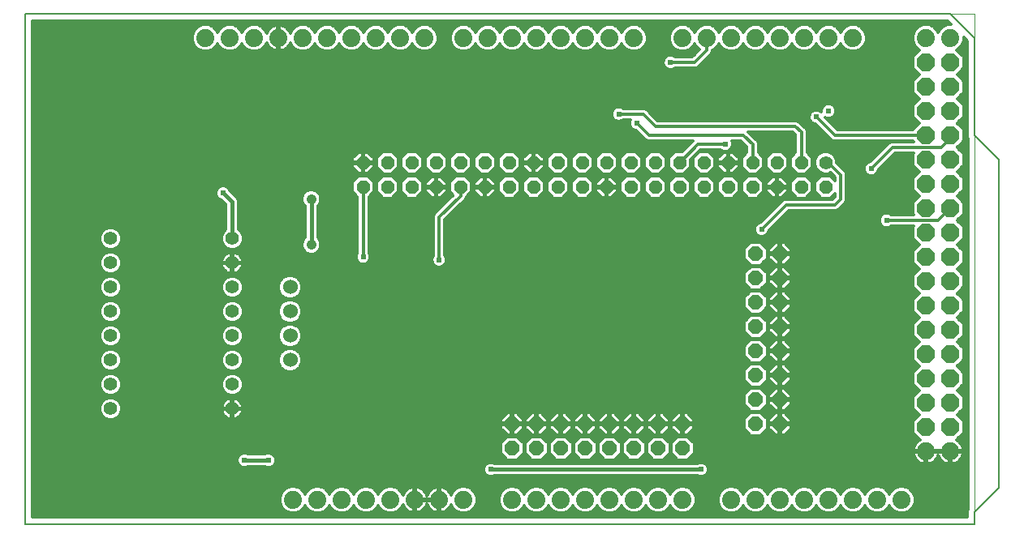
<source format=gbl>
G75*
%MOIN*%
%OFA0B0*%
%FSLAX24Y24*%
%IPPOS*%
%LPD*%
%AMOC8*
5,1,8,0,0,1.08239X$1,22.5*
%
%ADD10C,0.0000*%
%ADD11C,0.0080*%
%ADD12C,0.0740*%
%ADD13OC8,0.0740*%
%ADD14C,0.0560*%
%ADD15OC8,0.0560*%
%ADD16C,0.0554*%
%ADD17C,0.0600*%
%ADD18OC8,0.0600*%
%ADD19C,0.0317*%
%ADD20C,0.0120*%
%ADD21C,0.0413*%
%ADD22C,0.0238*%
%ADD23C,0.0160*%
D10*
X004943Y000500D02*
X004943Y021495D01*
X043935Y021495D01*
X043935Y000500D01*
X004943Y000500D01*
D11*
X004943Y021500D01*
X042943Y021500D01*
X043943Y020500D01*
X043943Y016500D01*
X044943Y015500D01*
X044943Y002000D01*
X043943Y001000D01*
X043943Y000500D01*
X004943Y000500D01*
D12*
X015943Y001500D03*
X016943Y001500D03*
X017943Y001500D03*
X018943Y001500D03*
X019943Y001500D03*
X020943Y001500D03*
X021943Y001500D03*
X022943Y001500D03*
X024943Y001500D03*
X025943Y001500D03*
X026943Y001500D03*
X027943Y001500D03*
X028943Y001500D03*
X029943Y001500D03*
X030943Y001500D03*
X031943Y001500D03*
X033943Y001500D03*
X034943Y001500D03*
X035943Y001500D03*
X036943Y001500D03*
X037943Y001500D03*
X038943Y001500D03*
X039943Y001500D03*
X040943Y001500D03*
X041943Y003500D03*
X042943Y003500D03*
X042943Y020500D03*
X041943Y020500D03*
X038943Y020500D03*
X037943Y020500D03*
X036943Y020500D03*
X035943Y020500D03*
X034943Y020500D03*
X033943Y020500D03*
X032943Y020500D03*
X031943Y020500D03*
X029943Y020500D03*
X028943Y020500D03*
X027943Y020500D03*
X026943Y020500D03*
X025943Y020500D03*
X024943Y020500D03*
X023943Y020500D03*
X022943Y020500D03*
X021343Y020500D03*
X020343Y020500D03*
X019343Y020500D03*
X018343Y020500D03*
X017343Y020500D03*
X016343Y020500D03*
X015343Y020500D03*
X014343Y020500D03*
X013343Y020500D03*
X012343Y020500D03*
D13*
X041943Y019500D03*
X042943Y019500D03*
X042943Y018500D03*
X041943Y018500D03*
X041943Y017500D03*
X042943Y017500D03*
X042943Y016500D03*
X041943Y016500D03*
X041943Y015500D03*
X042943Y015500D03*
X042943Y014500D03*
X041943Y014500D03*
X041943Y013500D03*
X042943Y013500D03*
X042943Y012500D03*
X041943Y012500D03*
X041943Y011500D03*
X042943Y011500D03*
X042943Y010500D03*
X041943Y010500D03*
X041943Y009500D03*
X042943Y009500D03*
X042943Y008500D03*
X041943Y008500D03*
X041943Y007500D03*
X042943Y007500D03*
X042943Y006500D03*
X041943Y006500D03*
X041943Y005500D03*
X042943Y005500D03*
X042943Y004500D03*
X041943Y004500D03*
D14*
X037818Y015375D03*
D15*
X036818Y015375D03*
X035818Y015375D03*
X034818Y015375D03*
X033818Y015375D03*
X033818Y014375D03*
X034818Y014375D03*
X035818Y014375D03*
X036818Y014375D03*
X037818Y014375D03*
X032818Y014375D03*
X031818Y014375D03*
X030818Y014375D03*
X029818Y014375D03*
X029818Y015375D03*
X030818Y015375D03*
X031818Y015375D03*
X032818Y015375D03*
X028818Y015375D03*
X027818Y015375D03*
X026818Y015375D03*
X025818Y015375D03*
X024818Y015375D03*
X024818Y014375D03*
X025818Y014375D03*
X026818Y014375D03*
X027818Y014375D03*
X028818Y014375D03*
X023818Y014375D03*
X022818Y014375D03*
X021818Y014375D03*
X020818Y014375D03*
X020818Y015375D03*
X021818Y015375D03*
X022818Y015375D03*
X023818Y015375D03*
X019818Y015375D03*
X018818Y015375D03*
X018818Y014375D03*
X019818Y014375D03*
D16*
X013443Y012250D03*
X013443Y011250D03*
X013443Y010250D03*
X013443Y009250D03*
X013443Y008250D03*
X013443Y007250D03*
X013443Y006250D03*
X013443Y005250D03*
X008443Y005250D03*
X008443Y006250D03*
X008443Y007250D03*
X008443Y008250D03*
X008443Y009250D03*
X008443Y010250D03*
X008443Y011250D03*
X008443Y012250D03*
D17*
X015818Y010250D03*
X015818Y009250D03*
X015818Y008250D03*
X015818Y007250D03*
D18*
X024943Y004625D03*
X025943Y004625D03*
X026943Y004625D03*
X027943Y004625D03*
X028943Y004625D03*
X029943Y004625D03*
X030943Y004625D03*
X031943Y004625D03*
X031943Y003625D03*
X030943Y003625D03*
X029943Y003625D03*
X028943Y003625D03*
X027943Y003625D03*
X026943Y003625D03*
X025943Y003625D03*
X024943Y003625D03*
X034943Y004625D03*
X035943Y004625D03*
X035943Y005625D03*
X034943Y005625D03*
X034943Y006625D03*
X035943Y006625D03*
X035943Y007625D03*
X034943Y007625D03*
X034943Y008625D03*
X035943Y008625D03*
X035943Y009625D03*
X034943Y009625D03*
X034943Y010625D03*
X035943Y010625D03*
X035943Y011625D03*
X034943Y011625D03*
D19*
X029943Y006750D03*
X028943Y006750D03*
X027943Y006750D03*
X026943Y006750D03*
X025943Y006750D03*
X024943Y006750D03*
X006693Y017000D03*
X006193Y017000D03*
X005693Y017000D03*
D20*
X005243Y016972D02*
X029769Y016972D01*
X029769Y016941D02*
X029814Y016831D01*
X029898Y016746D01*
X030008Y016701D01*
X030027Y016701D01*
X030432Y016297D01*
X030520Y016260D01*
X032363Y016260D01*
X031938Y015835D01*
X031627Y015835D01*
X031358Y015566D01*
X031358Y015184D01*
X031627Y014915D01*
X032008Y014915D01*
X032278Y015184D01*
X032278Y015496D01*
X032667Y015885D01*
X033510Y015885D01*
X033523Y015871D01*
X033633Y015826D01*
X033752Y015826D01*
X033862Y015871D01*
X033946Y015956D01*
X033992Y016066D01*
X033992Y016184D01*
X033961Y016260D01*
X034343Y016260D01*
X034578Y016026D01*
X034578Y015786D01*
X034358Y015566D01*
X034358Y015184D01*
X034627Y014915D01*
X035008Y014915D01*
X035278Y015184D01*
X035278Y015566D01*
X035058Y015786D01*
X035058Y016173D01*
X035021Y016261D01*
X034647Y016635D01*
X036468Y016635D01*
X036578Y016526D01*
X036578Y015786D01*
X036358Y015566D01*
X036358Y015184D01*
X036627Y014915D01*
X037008Y014915D01*
X037278Y015184D01*
X037278Y015566D01*
X037058Y015786D01*
X037058Y016673D01*
X037021Y016761D01*
X036704Y017078D01*
X036616Y017115D01*
X030917Y017115D01*
X030521Y017511D01*
X030454Y017578D01*
X030366Y017615D01*
X029501Y017615D01*
X029487Y017629D01*
X029377Y017674D01*
X029258Y017674D01*
X029148Y017629D01*
X029064Y017544D01*
X029019Y017434D01*
X029019Y017316D01*
X029064Y017206D01*
X029148Y017121D01*
X029258Y017076D01*
X029377Y017076D01*
X029487Y017121D01*
X029501Y017135D01*
X029800Y017135D01*
X029769Y017059D01*
X029769Y016941D01*
X029805Y016853D02*
X005243Y016853D01*
X005243Y016735D02*
X029927Y016735D01*
X030112Y016616D02*
X005243Y016616D01*
X005243Y016498D02*
X030231Y016498D01*
X030349Y016379D02*
X005243Y016379D01*
X005243Y016261D02*
X030519Y016261D01*
X030568Y016500D02*
X030068Y017000D01*
X029781Y017090D02*
X029411Y017090D01*
X029224Y017090D02*
X005243Y017090D01*
X005243Y017209D02*
X029063Y017209D01*
X029019Y017327D02*
X005243Y017327D01*
X005243Y017446D02*
X029023Y017446D01*
X029084Y017564D02*
X005243Y017564D01*
X005243Y017683D02*
X037702Y017683D01*
X037689Y017669D02*
X037644Y017559D01*
X037644Y017472D01*
X037612Y017504D01*
X037502Y017549D01*
X037383Y017549D01*
X037273Y017504D01*
X037189Y017419D01*
X037144Y017309D01*
X037144Y017191D01*
X037189Y017081D01*
X037273Y016996D01*
X037383Y016951D01*
X037402Y016951D01*
X038057Y016297D01*
X038145Y016260D01*
X041405Y016260D01*
X041425Y016240D01*
X040520Y016240D01*
X040432Y016203D01*
X039652Y015424D01*
X039633Y015424D01*
X039523Y015379D01*
X039439Y015294D01*
X039394Y015184D01*
X039394Y015066D01*
X039439Y014956D01*
X039523Y014871D01*
X039633Y014826D01*
X039752Y014826D01*
X039862Y014871D01*
X039946Y014956D01*
X039992Y015066D01*
X039992Y015085D01*
X040667Y015760D01*
X041425Y015760D01*
X041393Y015728D01*
X041393Y015272D01*
X041665Y015000D01*
X041393Y014728D01*
X041393Y014272D01*
X041665Y014000D01*
X041393Y013728D01*
X041393Y013272D01*
X041425Y013240D01*
X040501Y013240D01*
X040487Y013254D01*
X040377Y013299D01*
X040258Y013299D01*
X040148Y013254D01*
X040064Y013169D01*
X040019Y013059D01*
X040019Y012941D01*
X040064Y012831D01*
X040148Y012746D01*
X040258Y012701D01*
X040377Y012701D01*
X040487Y012746D01*
X040501Y012760D01*
X041425Y012760D01*
X041393Y012728D01*
X041393Y012272D01*
X041665Y012000D01*
X041393Y011728D01*
X041393Y011272D01*
X041665Y011000D01*
X041393Y010728D01*
X041393Y010272D01*
X041665Y010000D01*
X041393Y009728D01*
X041393Y009272D01*
X041665Y009000D01*
X041393Y008728D01*
X041393Y008272D01*
X041665Y008000D01*
X041393Y007728D01*
X041393Y007272D01*
X041665Y007000D01*
X041393Y006728D01*
X041393Y006272D01*
X041665Y006000D01*
X041393Y005728D01*
X041393Y005272D01*
X041665Y005000D01*
X041393Y004728D01*
X041393Y004272D01*
X041696Y003969D01*
X041665Y003953D01*
X041598Y003904D01*
X041539Y003845D01*
X041490Y003778D01*
X041452Y003703D01*
X041426Y003624D01*
X041413Y003542D01*
X041413Y003540D01*
X041903Y003540D01*
X041903Y003460D01*
X041983Y003460D01*
X041983Y003540D01*
X042903Y003540D01*
X042903Y003460D01*
X042983Y003460D01*
X042983Y003540D01*
X043473Y003540D01*
X043473Y003542D01*
X043460Y003624D01*
X043434Y003703D01*
X043396Y003778D01*
X043347Y003845D01*
X043288Y003904D01*
X043221Y003953D01*
X043190Y003969D01*
X043493Y004272D01*
X043493Y004728D01*
X043221Y005000D01*
X043493Y005272D01*
X043493Y005728D01*
X043221Y006000D01*
X043493Y006272D01*
X043493Y006728D01*
X043221Y007000D01*
X043493Y007272D01*
X043493Y007728D01*
X043221Y008000D01*
X043493Y008272D01*
X043493Y008728D01*
X043221Y009000D01*
X043493Y009272D01*
X043493Y009728D01*
X043221Y010000D01*
X043493Y010272D01*
X043493Y010728D01*
X043221Y011000D01*
X043493Y011272D01*
X043493Y011728D01*
X043221Y012000D01*
X043493Y012272D01*
X043493Y012728D01*
X043221Y013000D01*
X043493Y013272D01*
X043493Y013728D01*
X043221Y014000D01*
X043493Y014272D01*
X043493Y014728D01*
X043221Y015000D01*
X043493Y015272D01*
X043493Y015728D01*
X043221Y016000D01*
X043493Y016272D01*
X043493Y016728D01*
X043221Y017000D01*
X043493Y017272D01*
X043493Y017728D01*
X043221Y018000D01*
X043493Y018272D01*
X043493Y018728D01*
X043221Y019000D01*
X043493Y019272D01*
X043493Y019728D01*
X043207Y020014D01*
X043254Y020034D01*
X043409Y020188D01*
X043493Y020391D01*
X043493Y020526D01*
X043643Y020376D01*
X043643Y016440D01*
X043675Y016363D01*
X043675Y001137D01*
X043643Y001060D01*
X043643Y000800D01*
X005243Y000800D01*
X005243Y021200D01*
X042819Y021200D01*
X042969Y021050D01*
X042833Y021050D01*
X042631Y020966D01*
X042477Y020812D01*
X042443Y020730D01*
X042409Y020812D01*
X042254Y020966D01*
X042052Y021050D01*
X041833Y021050D01*
X041631Y020966D01*
X041477Y020812D01*
X041393Y020609D01*
X041393Y020391D01*
X041477Y020188D01*
X041631Y020034D01*
X041679Y020014D01*
X041393Y019728D01*
X041393Y019272D01*
X041665Y019000D01*
X041393Y018728D01*
X041393Y018272D01*
X041665Y018000D01*
X041393Y017728D01*
X041393Y017272D01*
X041665Y017000D01*
X041405Y016740D01*
X038292Y016740D01*
X037795Y017238D01*
X037883Y017201D01*
X038002Y017201D01*
X038112Y017246D01*
X038196Y017331D01*
X038242Y017441D01*
X038242Y017559D01*
X038196Y017669D01*
X038112Y017754D01*
X038002Y017799D01*
X037883Y017799D01*
X037773Y017754D01*
X037689Y017669D01*
X037646Y017564D02*
X030468Y017564D01*
X030521Y017511D02*
X030521Y017511D01*
X030587Y017446D02*
X037215Y017446D01*
X037151Y017327D02*
X030705Y017327D01*
X030824Y017209D02*
X037144Y017209D01*
X037185Y017090D02*
X036676Y017090D01*
X036811Y016972D02*
X037334Y016972D01*
X037500Y016853D02*
X036929Y016853D01*
X037032Y016735D02*
X037619Y016735D01*
X037737Y016616D02*
X037058Y016616D01*
X037058Y016498D02*
X037856Y016498D01*
X037974Y016379D02*
X037058Y016379D01*
X037058Y016261D02*
X038144Y016261D01*
X038193Y016500D02*
X037443Y017250D01*
X037824Y017209D02*
X037865Y017209D01*
X037942Y017090D02*
X041575Y017090D01*
X041637Y016972D02*
X038061Y016972D01*
X038179Y016853D02*
X041518Y016853D01*
X041456Y017209D02*
X038021Y017209D01*
X038193Y017327D02*
X041393Y017327D01*
X041393Y017446D02*
X038242Y017446D01*
X038240Y017564D02*
X041393Y017564D01*
X041393Y017683D02*
X038183Y017683D01*
X036818Y016625D02*
X036568Y016875D01*
X030818Y016875D01*
X030318Y017375D01*
X029318Y017375D01*
X030568Y016500D02*
X034443Y016500D01*
X034818Y016125D01*
X034818Y015375D01*
X035169Y015076D02*
X035467Y015076D01*
X035358Y015184D02*
X035627Y014915D01*
X036008Y014915D01*
X036278Y015184D01*
X036278Y015566D01*
X036008Y015835D01*
X035627Y015835D01*
X035358Y015566D01*
X035358Y015184D01*
X035358Y015194D02*
X035278Y015194D01*
X035278Y015313D02*
X035358Y015313D01*
X035358Y015431D02*
X035278Y015431D01*
X035278Y015550D02*
X035358Y015550D01*
X035460Y015668D02*
X035175Y015668D01*
X035058Y015787D02*
X035579Y015787D01*
X036057Y015787D02*
X036578Y015787D01*
X036578Y015905D02*
X035058Y015905D01*
X035058Y016024D02*
X036578Y016024D01*
X036578Y016142D02*
X035058Y016142D01*
X035021Y016261D02*
X036578Y016261D01*
X036578Y016379D02*
X034903Y016379D01*
X034785Y016498D02*
X036578Y016498D01*
X036487Y016616D02*
X034666Y016616D01*
X034461Y016142D02*
X033992Y016142D01*
X033975Y016024D02*
X034578Y016024D01*
X034578Y015905D02*
X033896Y015905D01*
X033848Y015815D02*
X034000Y015815D01*
X034258Y015557D01*
X034258Y015405D01*
X033848Y015405D01*
X033848Y015345D01*
X034258Y015345D01*
X034258Y015193D01*
X034000Y014935D01*
X033848Y014935D01*
X033848Y015345D01*
X033788Y015345D01*
X033788Y014935D01*
X033636Y014935D01*
X033378Y015193D01*
X033378Y015345D01*
X033788Y015345D01*
X033788Y015405D01*
X033788Y015815D01*
X033636Y015815D01*
X033378Y015557D01*
X033378Y015405D01*
X033788Y015405D01*
X033848Y015405D01*
X033848Y015815D01*
X033848Y015787D02*
X033788Y015787D01*
X033788Y015668D02*
X033848Y015668D01*
X033848Y015550D02*
X033788Y015550D01*
X033788Y015431D02*
X033848Y015431D01*
X033848Y015313D02*
X033788Y015313D01*
X033788Y015194D02*
X033848Y015194D01*
X033848Y015076D02*
X033788Y015076D01*
X033788Y014957D02*
X033848Y014957D01*
X034022Y014957D02*
X034585Y014957D01*
X034627Y014835D02*
X034358Y014566D01*
X034358Y014184D01*
X034627Y013915D01*
X035008Y013915D01*
X035278Y014184D01*
X035278Y014566D01*
X035008Y014835D01*
X034627Y014835D01*
X034512Y014720D02*
X034123Y014720D01*
X034008Y014835D02*
X033627Y014835D01*
X033358Y014566D01*
X033358Y014184D01*
X033627Y013915D01*
X034008Y013915D01*
X034278Y014184D01*
X034278Y014566D01*
X034008Y014835D01*
X034141Y015076D02*
X034467Y015076D01*
X034358Y015194D02*
X034258Y015194D01*
X034258Y015313D02*
X034358Y015313D01*
X034358Y015431D02*
X034258Y015431D01*
X034258Y015550D02*
X034358Y015550D01*
X034460Y015668D02*
X034147Y015668D01*
X034029Y015787D02*
X034578Y015787D01*
X033693Y016125D02*
X032568Y016125D01*
X031818Y015375D01*
X032169Y015076D02*
X032467Y015076D01*
X032358Y015184D02*
X032627Y014915D01*
X033008Y014915D01*
X033278Y015184D01*
X033278Y015566D01*
X033008Y015835D01*
X032627Y015835D01*
X032358Y015566D01*
X032358Y015184D01*
X032358Y015194D02*
X032278Y015194D01*
X032278Y015313D02*
X032358Y015313D01*
X032358Y015431D02*
X032278Y015431D01*
X032332Y015550D02*
X032358Y015550D01*
X032450Y015668D02*
X032460Y015668D01*
X032569Y015787D02*
X032579Y015787D01*
X033057Y015787D02*
X033607Y015787D01*
X033489Y015668D02*
X033175Y015668D01*
X033278Y015550D02*
X033378Y015550D01*
X033378Y015431D02*
X033278Y015431D01*
X033278Y015313D02*
X033378Y015313D01*
X033378Y015194D02*
X033278Y015194D01*
X033169Y015076D02*
X033495Y015076D01*
X033614Y014957D02*
X033050Y014957D01*
X033008Y014835D02*
X032627Y014835D01*
X032358Y014566D01*
X032358Y014184D01*
X032627Y013915D01*
X033008Y013915D01*
X033278Y014184D01*
X033278Y014566D01*
X033008Y014835D01*
X033123Y014720D02*
X033512Y014720D01*
X033394Y014602D02*
X033242Y014602D01*
X033278Y014483D02*
X033358Y014483D01*
X033358Y014365D02*
X033278Y014365D01*
X033278Y014246D02*
X033358Y014246D01*
X033415Y014128D02*
X033221Y014128D01*
X033102Y014009D02*
X033533Y014009D01*
X034102Y014009D02*
X034533Y014009D01*
X034415Y014128D02*
X034221Y014128D01*
X034278Y014246D02*
X034358Y014246D01*
X034358Y014365D02*
X034278Y014365D01*
X034278Y014483D02*
X034358Y014483D01*
X034394Y014602D02*
X034242Y014602D01*
X035050Y014957D02*
X035585Y014957D01*
X035636Y014815D02*
X035378Y014557D01*
X035378Y014405D01*
X035788Y014405D01*
X035788Y014815D01*
X035636Y014815D01*
X035541Y014720D02*
X035123Y014720D01*
X035242Y014602D02*
X035422Y014602D01*
X035378Y014483D02*
X035278Y014483D01*
X035278Y014365D02*
X035788Y014365D01*
X035788Y014345D02*
X035378Y014345D01*
X035378Y014193D01*
X035636Y013935D01*
X035788Y013935D01*
X035788Y014345D01*
X035848Y014345D01*
X035848Y014405D01*
X036258Y014405D01*
X036258Y014557D01*
X036000Y014815D01*
X035848Y014815D01*
X035848Y014405D01*
X035788Y014405D01*
X035788Y014345D01*
X035848Y014345D02*
X035848Y013935D01*
X036000Y013935D01*
X036258Y014193D01*
X036258Y014345D01*
X035848Y014345D01*
X035848Y014365D02*
X036358Y014365D01*
X036358Y014483D02*
X036258Y014483D01*
X036214Y014602D02*
X036394Y014602D01*
X036358Y014566D02*
X036358Y014184D01*
X036627Y013915D01*
X037008Y013915D01*
X037278Y014184D01*
X037278Y014566D01*
X037008Y014835D01*
X036627Y014835D01*
X036358Y014566D01*
X036512Y014720D02*
X036095Y014720D01*
X036050Y014957D02*
X036585Y014957D01*
X036467Y015076D02*
X036169Y015076D01*
X036278Y015194D02*
X036358Y015194D01*
X036358Y015313D02*
X036278Y015313D01*
X036278Y015431D02*
X036358Y015431D01*
X036358Y015550D02*
X036278Y015550D01*
X036175Y015668D02*
X036460Y015668D01*
X036818Y015375D02*
X036818Y016625D01*
X037058Y016142D02*
X040370Y016142D01*
X040252Y016024D02*
X037058Y016024D01*
X037058Y015905D02*
X040133Y015905D01*
X040015Y015787D02*
X038026Y015787D01*
X038078Y015765D02*
X037909Y015835D01*
X037726Y015835D01*
X037557Y015765D01*
X037428Y015636D01*
X037358Y015466D01*
X037358Y015283D01*
X037428Y015114D01*
X037557Y014985D01*
X037726Y014915D01*
X037909Y014915D01*
X038018Y014960D01*
X038203Y014776D01*
X038203Y014641D01*
X038008Y014835D01*
X037627Y014835D01*
X037358Y014566D01*
X037358Y014184D01*
X037627Y013915D01*
X038008Y013915D01*
X038203Y014109D01*
X038203Y013974D01*
X038093Y013865D01*
X036145Y013865D01*
X036057Y013828D01*
X035152Y012924D01*
X035133Y012924D01*
X035023Y012879D01*
X034939Y012794D01*
X034894Y012684D01*
X034894Y012566D01*
X034939Y012456D01*
X035023Y012371D01*
X035133Y012326D01*
X035252Y012326D01*
X035362Y012371D01*
X035446Y012456D01*
X035492Y012566D01*
X035492Y012585D01*
X036292Y013385D01*
X038241Y013385D01*
X038329Y013422D01*
X038579Y013672D01*
X038646Y013739D01*
X038683Y013827D01*
X038683Y014923D01*
X038646Y015011D01*
X038278Y015379D01*
X038278Y015466D01*
X038208Y015636D01*
X038078Y015765D01*
X038175Y015668D02*
X039896Y015668D01*
X039778Y015550D02*
X038243Y015550D01*
X038278Y015431D02*
X039659Y015431D01*
X039457Y015313D02*
X038345Y015313D01*
X038463Y015194D02*
X039398Y015194D01*
X039394Y015076D02*
X038582Y015076D01*
X038669Y014957D02*
X039439Y014957D01*
X039603Y014839D02*
X038683Y014839D01*
X038683Y014720D02*
X041393Y014720D01*
X041393Y014602D02*
X038683Y014602D01*
X038683Y014483D02*
X041393Y014483D01*
X041393Y014365D02*
X038683Y014365D01*
X038683Y014246D02*
X041419Y014246D01*
X041538Y014128D02*
X038683Y014128D01*
X038683Y014009D02*
X041656Y014009D01*
X041556Y013891D02*
X038683Y013891D01*
X038660Y013772D02*
X041437Y013772D01*
X041393Y013654D02*
X038561Y013654D01*
X038579Y013672D02*
X038579Y013672D01*
X038442Y013535D02*
X041393Y013535D01*
X041393Y013417D02*
X038317Y013417D01*
X038193Y013625D02*
X038443Y013875D01*
X038443Y014875D01*
X037943Y015375D01*
X037818Y015375D01*
X037392Y015550D02*
X037278Y015550D01*
X037278Y015431D02*
X037358Y015431D01*
X037358Y015313D02*
X037278Y015313D01*
X037278Y015194D02*
X037395Y015194D01*
X037467Y015076D02*
X037169Y015076D01*
X037050Y014957D02*
X037625Y014957D01*
X037512Y014720D02*
X037123Y014720D01*
X037242Y014602D02*
X037394Y014602D01*
X037358Y014483D02*
X037278Y014483D01*
X037278Y014365D02*
X037358Y014365D01*
X037358Y014246D02*
X037278Y014246D01*
X037221Y014128D02*
X037415Y014128D01*
X037533Y014009D02*
X037102Y014009D01*
X036533Y014009D02*
X036074Y014009D01*
X036193Y014128D02*
X036415Y014128D01*
X036358Y014246D02*
X036258Y014246D01*
X035848Y014246D02*
X035788Y014246D01*
X035788Y014128D02*
X035848Y014128D01*
X035848Y014009D02*
X035788Y014009D01*
X035562Y014009D02*
X035102Y014009D01*
X035221Y014128D02*
X035443Y014128D01*
X035378Y014246D02*
X035278Y014246D01*
X035788Y014483D02*
X035848Y014483D01*
X035848Y014602D02*
X035788Y014602D01*
X035788Y014720D02*
X035848Y014720D01*
X036000Y013772D02*
X022929Y013772D01*
X022954Y013797D02*
X023021Y013864D01*
X023058Y013952D01*
X023058Y013964D01*
X023278Y014184D01*
X023278Y014566D01*
X023008Y014835D01*
X022627Y014835D01*
X022358Y014566D01*
X022358Y014184D01*
X022510Y014032D01*
X021739Y013261D01*
X021703Y013173D01*
X021703Y011558D01*
X021689Y011544D01*
X021644Y011434D01*
X021644Y011316D01*
X021689Y011206D01*
X021773Y011121D01*
X021883Y011076D01*
X022002Y011076D01*
X022112Y011121D01*
X022196Y011206D01*
X022242Y011316D01*
X022242Y011434D01*
X022196Y011544D01*
X022183Y011558D01*
X022183Y013026D01*
X022954Y013797D01*
X023032Y013891D02*
X038119Y013891D01*
X038102Y014009D02*
X038203Y014009D01*
X038193Y013625D02*
X036193Y013625D01*
X035193Y012625D01*
X035310Y012350D02*
X041393Y012350D01*
X041393Y012469D02*
X035452Y012469D01*
X035494Y012587D02*
X041393Y012587D01*
X041393Y012706D02*
X040388Y012706D01*
X040247Y012706D02*
X035613Y012706D01*
X035731Y012824D02*
X040071Y012824D01*
X040019Y012943D02*
X035850Y012943D01*
X035968Y013061D02*
X040019Y013061D01*
X040074Y013180D02*
X036087Y013180D01*
X036205Y013298D02*
X040256Y013298D01*
X040380Y013298D02*
X041393Y013298D01*
X042443Y013000D02*
X040318Y013000D01*
X041434Y012232D02*
X022183Y012232D01*
X022183Y012350D02*
X035075Y012350D01*
X034934Y012469D02*
X022183Y012469D01*
X022183Y012587D02*
X034894Y012587D01*
X034903Y012706D02*
X022183Y012706D01*
X022183Y012824D02*
X034969Y012824D01*
X035171Y012943D02*
X022183Y012943D01*
X022218Y013061D02*
X035289Y013061D01*
X035408Y013180D02*
X022337Y013180D01*
X022455Y013298D02*
X035526Y013298D01*
X035645Y013417D02*
X022574Y013417D01*
X022692Y013535D02*
X035763Y013535D01*
X035882Y013654D02*
X022811Y013654D01*
X022818Y014000D02*
X022818Y014375D01*
X023278Y014365D02*
X023788Y014365D01*
X023788Y014345D02*
X023378Y014345D01*
X023378Y014193D01*
X023636Y013935D01*
X023788Y013935D01*
X023788Y014345D01*
X023848Y014345D01*
X023848Y014405D01*
X024258Y014405D01*
X024258Y014557D01*
X024000Y014815D01*
X023848Y014815D01*
X023848Y014405D01*
X023788Y014405D01*
X023788Y014815D01*
X023636Y014815D01*
X023378Y014557D01*
X023378Y014405D01*
X023788Y014405D01*
X023788Y014345D01*
X023848Y014345D02*
X023848Y013935D01*
X024000Y013935D01*
X024258Y014193D01*
X024258Y014345D01*
X023848Y014345D01*
X023848Y014365D02*
X024358Y014365D01*
X024358Y014483D02*
X024258Y014483D01*
X024214Y014602D02*
X024394Y014602D01*
X024358Y014566D02*
X024627Y014835D01*
X025008Y014835D01*
X025278Y014566D01*
X025278Y014184D01*
X025008Y013915D01*
X024627Y013915D01*
X024358Y014184D01*
X024358Y014566D01*
X024512Y014720D02*
X024095Y014720D01*
X024008Y014915D02*
X023627Y014915D01*
X023358Y015184D01*
X023358Y015566D01*
X023627Y015835D01*
X024008Y015835D01*
X024278Y015566D01*
X024278Y015184D01*
X024008Y014915D01*
X024050Y014957D02*
X024585Y014957D01*
X024627Y014915D02*
X025008Y014915D01*
X025278Y015184D01*
X025278Y015566D01*
X025008Y015835D01*
X024627Y015835D01*
X024358Y015566D01*
X024358Y015184D01*
X024627Y014915D01*
X024467Y015076D02*
X024169Y015076D01*
X024278Y015194D02*
X024358Y015194D01*
X024358Y015313D02*
X024278Y015313D01*
X024278Y015431D02*
X024358Y015431D01*
X024358Y015550D02*
X024278Y015550D01*
X024175Y015668D02*
X024460Y015668D01*
X024579Y015787D02*
X024057Y015787D01*
X023579Y015787D02*
X023057Y015787D01*
X023008Y015835D02*
X022627Y015835D01*
X022358Y015566D01*
X022358Y015184D01*
X022627Y014915D01*
X023008Y014915D01*
X023278Y015184D01*
X023278Y015566D01*
X023008Y015835D01*
X023175Y015668D02*
X023460Y015668D01*
X023358Y015550D02*
X023278Y015550D01*
X023278Y015431D02*
X023358Y015431D01*
X023358Y015313D02*
X023278Y015313D01*
X023278Y015194D02*
X023358Y015194D01*
X023467Y015076D02*
X023169Y015076D01*
X023050Y014957D02*
X023585Y014957D01*
X023541Y014720D02*
X023123Y014720D01*
X023242Y014602D02*
X023422Y014602D01*
X023378Y014483D02*
X023278Y014483D01*
X023278Y014246D02*
X023378Y014246D01*
X023443Y014128D02*
X023221Y014128D01*
X023102Y014009D02*
X023562Y014009D01*
X023788Y014009D02*
X023848Y014009D01*
X023848Y014128D02*
X023788Y014128D01*
X023788Y014246D02*
X023848Y014246D01*
X023848Y014483D02*
X023788Y014483D01*
X023788Y014602D02*
X023848Y014602D01*
X023848Y014720D02*
X023788Y014720D01*
X024258Y014246D02*
X024358Y014246D01*
X024415Y014128D02*
X024193Y014128D01*
X024074Y014009D02*
X024533Y014009D01*
X025102Y014009D02*
X025533Y014009D01*
X025627Y013915D02*
X026008Y013915D01*
X026278Y014184D01*
X026278Y014566D01*
X026008Y014835D01*
X025627Y014835D01*
X025358Y014566D01*
X025358Y014184D01*
X025627Y013915D01*
X025415Y014128D02*
X025221Y014128D01*
X025278Y014246D02*
X025358Y014246D01*
X025358Y014365D02*
X025278Y014365D01*
X025278Y014483D02*
X025358Y014483D01*
X025394Y014602D02*
X025242Y014602D01*
X025123Y014720D02*
X025512Y014720D01*
X025636Y014935D02*
X025788Y014935D01*
X025788Y015345D01*
X025848Y015345D01*
X025848Y015405D01*
X026258Y015405D01*
X026258Y015557D01*
X026000Y015815D01*
X025848Y015815D01*
X025848Y015405D01*
X025788Y015405D01*
X025788Y015815D01*
X025636Y015815D01*
X025378Y015557D01*
X025378Y015405D01*
X025788Y015405D01*
X025788Y015345D01*
X025378Y015345D01*
X025378Y015193D01*
X025636Y014935D01*
X025614Y014957D02*
X025050Y014957D01*
X025169Y015076D02*
X025495Y015076D01*
X025378Y015194D02*
X025278Y015194D01*
X025278Y015313D02*
X025378Y015313D01*
X025378Y015431D02*
X025278Y015431D01*
X025278Y015550D02*
X025378Y015550D01*
X025489Y015668D02*
X025175Y015668D01*
X025057Y015787D02*
X025607Y015787D01*
X025788Y015787D02*
X025848Y015787D01*
X025848Y015668D02*
X025788Y015668D01*
X025788Y015550D02*
X025848Y015550D01*
X025848Y015431D02*
X025788Y015431D01*
X025848Y015345D02*
X026258Y015345D01*
X026258Y015193D01*
X026000Y014935D01*
X025848Y014935D01*
X025848Y015345D01*
X025848Y015313D02*
X025788Y015313D01*
X025788Y015194D02*
X025848Y015194D01*
X025848Y015076D02*
X025788Y015076D01*
X025788Y014957D02*
X025848Y014957D01*
X026022Y014957D02*
X026585Y014957D01*
X026627Y014915D02*
X026358Y015184D01*
X026358Y015566D01*
X026627Y015835D01*
X027008Y015835D01*
X027278Y015566D01*
X027278Y015184D01*
X027008Y014915D01*
X026627Y014915D01*
X026627Y014835D02*
X026358Y014566D01*
X026358Y014184D01*
X026627Y013915D01*
X027008Y013915D01*
X027278Y014184D01*
X027278Y014566D01*
X027008Y014835D01*
X026627Y014835D01*
X026512Y014720D02*
X026123Y014720D01*
X026242Y014602D02*
X026394Y014602D01*
X026358Y014483D02*
X026278Y014483D01*
X026278Y014365D02*
X026358Y014365D01*
X026358Y014246D02*
X026278Y014246D01*
X026221Y014128D02*
X026415Y014128D01*
X026533Y014009D02*
X026102Y014009D01*
X027102Y014009D02*
X027533Y014009D01*
X027627Y013915D02*
X028008Y013915D01*
X028278Y014184D01*
X028278Y014566D01*
X028008Y014835D01*
X027627Y014835D01*
X027358Y014566D01*
X027358Y014184D01*
X027627Y013915D01*
X027415Y014128D02*
X027221Y014128D01*
X027278Y014246D02*
X027358Y014246D01*
X027358Y014365D02*
X027278Y014365D01*
X027278Y014483D02*
X027358Y014483D01*
X027394Y014602D02*
X027242Y014602D01*
X027123Y014720D02*
X027512Y014720D01*
X027627Y014915D02*
X028008Y014915D01*
X028278Y015184D01*
X028278Y015566D01*
X028008Y015835D01*
X027627Y015835D01*
X027358Y015566D01*
X027358Y015184D01*
X027627Y014915D01*
X027585Y014957D02*
X027050Y014957D01*
X027169Y015076D02*
X027467Y015076D01*
X027358Y015194D02*
X027278Y015194D01*
X027278Y015313D02*
X027358Y015313D01*
X027358Y015431D02*
X027278Y015431D01*
X027278Y015550D02*
X027358Y015550D01*
X027460Y015668D02*
X027175Y015668D01*
X027057Y015787D02*
X027579Y015787D01*
X028057Y015787D02*
X028579Y015787D01*
X028627Y015835D02*
X028358Y015566D01*
X028358Y015184D01*
X028627Y014915D01*
X029008Y014915D01*
X029278Y015184D01*
X029278Y015566D01*
X029008Y015835D01*
X028627Y015835D01*
X028460Y015668D02*
X028175Y015668D01*
X028278Y015550D02*
X028358Y015550D01*
X028358Y015431D02*
X028278Y015431D01*
X028278Y015313D02*
X028358Y015313D01*
X028358Y015194D02*
X028278Y015194D01*
X028169Y015076D02*
X028467Y015076D01*
X028585Y014957D02*
X028050Y014957D01*
X028123Y014720D02*
X028541Y014720D01*
X028636Y014815D02*
X028378Y014557D01*
X028378Y014405D01*
X028788Y014405D01*
X028788Y014815D01*
X028636Y014815D01*
X028788Y014720D02*
X028848Y014720D01*
X028848Y014815D02*
X029000Y014815D01*
X029258Y014557D01*
X029258Y014405D01*
X028848Y014405D01*
X028848Y014345D01*
X029258Y014345D01*
X029258Y014193D01*
X029000Y013935D01*
X028848Y013935D01*
X028848Y014345D01*
X028788Y014345D01*
X028788Y013935D01*
X028636Y013935D01*
X028378Y014193D01*
X028378Y014345D01*
X028788Y014345D01*
X028788Y014405D01*
X028848Y014405D01*
X028848Y014815D01*
X028848Y014602D02*
X028788Y014602D01*
X028788Y014483D02*
X028848Y014483D01*
X028848Y014365D02*
X029358Y014365D01*
X029358Y014483D02*
X029258Y014483D01*
X029214Y014602D02*
X029394Y014602D01*
X029358Y014566D02*
X029627Y014835D01*
X030008Y014835D01*
X030278Y014566D01*
X030278Y014184D01*
X030008Y013915D01*
X029627Y013915D01*
X029358Y014184D01*
X029358Y014566D01*
X029512Y014720D02*
X029095Y014720D01*
X029050Y014957D02*
X029585Y014957D01*
X029627Y014915D02*
X030008Y014915D01*
X030278Y015184D01*
X030278Y015566D01*
X030008Y015835D01*
X029627Y015835D01*
X029358Y015566D01*
X029358Y015184D01*
X029627Y014915D01*
X029467Y015076D02*
X029169Y015076D01*
X029278Y015194D02*
X029358Y015194D01*
X029358Y015313D02*
X029278Y015313D01*
X029278Y015431D02*
X029358Y015431D01*
X029358Y015550D02*
X029278Y015550D01*
X029175Y015668D02*
X029460Y015668D01*
X029579Y015787D02*
X029057Y015787D01*
X030057Y015787D02*
X030579Y015787D01*
X030627Y015835D02*
X030358Y015566D01*
X030358Y015184D01*
X030627Y014915D01*
X031008Y014915D01*
X031278Y015184D01*
X031278Y015566D01*
X031008Y015835D01*
X030627Y015835D01*
X030460Y015668D02*
X030175Y015668D01*
X030278Y015550D02*
X030358Y015550D01*
X030358Y015431D02*
X030278Y015431D01*
X030278Y015313D02*
X030358Y015313D01*
X030358Y015194D02*
X030278Y015194D01*
X030169Y015076D02*
X030467Y015076D01*
X030585Y014957D02*
X030050Y014957D01*
X030123Y014720D02*
X030512Y014720D01*
X030627Y014835D02*
X030358Y014566D01*
X030358Y014184D01*
X030627Y013915D01*
X031008Y013915D01*
X031278Y014184D01*
X031278Y014566D01*
X031008Y014835D01*
X030627Y014835D01*
X030394Y014602D02*
X030242Y014602D01*
X030278Y014483D02*
X030358Y014483D01*
X030358Y014365D02*
X030278Y014365D01*
X030278Y014246D02*
X030358Y014246D01*
X030415Y014128D02*
X030221Y014128D01*
X030102Y014009D02*
X030533Y014009D01*
X031102Y014009D02*
X031533Y014009D01*
X031627Y013915D02*
X031358Y014184D01*
X031358Y014566D01*
X031627Y014835D01*
X032008Y014835D01*
X032278Y014566D01*
X032278Y014184D01*
X032008Y013915D01*
X031627Y013915D01*
X031415Y014128D02*
X031221Y014128D01*
X031278Y014246D02*
X031358Y014246D01*
X031358Y014365D02*
X031278Y014365D01*
X031278Y014483D02*
X031358Y014483D01*
X031394Y014602D02*
X031242Y014602D01*
X031123Y014720D02*
X031512Y014720D01*
X031585Y014957D02*
X031050Y014957D01*
X031169Y015076D02*
X031467Y015076D01*
X031358Y015194D02*
X031278Y015194D01*
X031278Y015313D02*
X031358Y015313D01*
X031358Y015431D02*
X031278Y015431D01*
X031278Y015550D02*
X031358Y015550D01*
X031460Y015668D02*
X031175Y015668D01*
X031057Y015787D02*
X031579Y015787D01*
X032008Y015905D02*
X005243Y015905D01*
X005243Y015787D02*
X018607Y015787D01*
X018636Y015815D02*
X018378Y015557D01*
X018378Y015405D01*
X018788Y015405D01*
X018788Y015815D01*
X018636Y015815D01*
X018788Y015787D02*
X018848Y015787D01*
X018848Y015815D02*
X019000Y015815D01*
X019258Y015557D01*
X019258Y015405D01*
X018848Y015405D01*
X018848Y015345D01*
X019258Y015345D01*
X019258Y015193D01*
X019000Y014935D01*
X018848Y014935D01*
X018848Y015345D01*
X018788Y015345D01*
X018788Y014935D01*
X018636Y014935D01*
X018378Y015193D01*
X018378Y015345D01*
X018788Y015345D01*
X018788Y015405D01*
X018848Y015405D01*
X018848Y015815D01*
X018848Y015668D02*
X018788Y015668D01*
X018788Y015550D02*
X018848Y015550D01*
X018848Y015431D02*
X018788Y015431D01*
X018788Y015313D02*
X018848Y015313D01*
X018848Y015194D02*
X018788Y015194D01*
X018788Y015076D02*
X018848Y015076D01*
X018848Y014957D02*
X018788Y014957D01*
X018614Y014957D02*
X005243Y014957D01*
X005243Y014839D02*
X038140Y014839D01*
X038123Y014720D02*
X038203Y014720D01*
X038021Y014957D02*
X038011Y014957D01*
X037460Y015668D02*
X037175Y015668D01*
X037058Y015787D02*
X037609Y015787D01*
X038193Y016500D02*
X041943Y016500D01*
X042568Y016000D02*
X040568Y016000D01*
X039693Y015125D01*
X039783Y014839D02*
X041504Y014839D01*
X041622Y014957D02*
X039947Y014957D01*
X039992Y015076D02*
X041589Y015076D01*
X041471Y015194D02*
X040101Y015194D01*
X040220Y015313D02*
X041393Y015313D01*
X041393Y015431D02*
X040338Y015431D01*
X040457Y015550D02*
X041393Y015550D01*
X041393Y015668D02*
X040575Y015668D01*
X042568Y016000D02*
X042943Y016375D01*
X042943Y016500D01*
X043493Y016498D02*
X043643Y016498D01*
X043643Y016616D02*
X043493Y016616D01*
X043486Y016735D02*
X043643Y016735D01*
X043643Y016853D02*
X043368Y016853D01*
X043249Y016972D02*
X043643Y016972D01*
X043643Y017090D02*
X043311Y017090D01*
X043429Y017209D02*
X043643Y017209D01*
X043643Y017327D02*
X043493Y017327D01*
X043493Y017446D02*
X043643Y017446D01*
X043643Y017564D02*
X043493Y017564D01*
X043493Y017683D02*
X043643Y017683D01*
X043643Y017801D02*
X043420Y017801D01*
X043301Y017920D02*
X043643Y017920D01*
X043643Y018038D02*
X043259Y018038D01*
X043377Y018157D02*
X043643Y018157D01*
X043643Y018275D02*
X043493Y018275D01*
X043493Y018394D02*
X043643Y018394D01*
X043643Y018512D02*
X043493Y018512D01*
X043493Y018631D02*
X043643Y018631D01*
X043643Y018749D02*
X043472Y018749D01*
X043353Y018868D02*
X043643Y018868D01*
X043643Y018986D02*
X043235Y018986D01*
X043325Y019105D02*
X043643Y019105D01*
X043643Y019223D02*
X043444Y019223D01*
X043493Y019342D02*
X043643Y019342D01*
X043643Y019460D02*
X043493Y019460D01*
X043493Y019579D02*
X043643Y019579D01*
X043643Y019697D02*
X043493Y019697D01*
X043405Y019816D02*
X043643Y019816D01*
X043643Y019934D02*
X043287Y019934D01*
X043273Y020053D02*
X043643Y020053D01*
X043643Y020171D02*
X043392Y020171D01*
X043451Y020290D02*
X043643Y020290D01*
X043611Y020408D02*
X043493Y020408D01*
X042900Y021119D02*
X005243Y021119D01*
X005243Y021001D02*
X012114Y021001D01*
X012031Y020966D02*
X011877Y020812D01*
X011793Y020609D01*
X011793Y020391D01*
X011877Y020188D01*
X012031Y020034D01*
X012233Y019950D01*
X012452Y019950D01*
X012654Y020034D01*
X012809Y020188D01*
X012843Y020270D01*
X012877Y020188D01*
X013031Y020034D01*
X013233Y019950D01*
X013452Y019950D01*
X013654Y020034D01*
X013809Y020188D01*
X013843Y020270D01*
X013877Y020188D01*
X014031Y020034D01*
X014233Y019950D01*
X014452Y019950D01*
X014654Y020034D01*
X014809Y020188D01*
X014853Y020294D01*
X014890Y020222D01*
X014939Y020155D01*
X014998Y020096D01*
X015065Y020047D01*
X015139Y020009D01*
X015219Y019983D01*
X015301Y019970D01*
X015303Y019970D01*
X015303Y020460D01*
X015383Y020460D01*
X015383Y019970D01*
X015385Y019970D01*
X015467Y019983D01*
X015546Y020009D01*
X015621Y020047D01*
X015688Y020096D01*
X015747Y020155D01*
X015796Y020222D01*
X015833Y020294D01*
X015877Y020188D01*
X016031Y020034D01*
X016233Y019950D01*
X016452Y019950D01*
X016654Y020034D01*
X016809Y020188D01*
X016843Y020270D01*
X016877Y020188D01*
X017031Y020034D01*
X017233Y019950D01*
X017452Y019950D01*
X017654Y020034D01*
X017809Y020188D01*
X017843Y020270D01*
X017877Y020188D01*
X018031Y020034D01*
X018233Y019950D01*
X018452Y019950D01*
X018654Y020034D01*
X018809Y020188D01*
X018843Y020270D01*
X018877Y020188D01*
X019031Y020034D01*
X019233Y019950D01*
X019452Y019950D01*
X019654Y020034D01*
X019809Y020188D01*
X019843Y020270D01*
X019877Y020188D01*
X020031Y020034D01*
X020233Y019950D01*
X020452Y019950D01*
X020654Y020034D01*
X020809Y020188D01*
X020843Y020270D01*
X020877Y020188D01*
X021031Y020034D01*
X021233Y019950D01*
X021452Y019950D01*
X021654Y020034D01*
X021809Y020188D01*
X021893Y020391D01*
X021893Y020609D01*
X021809Y020812D01*
X021654Y020966D01*
X021452Y021050D01*
X021233Y021050D01*
X021031Y020966D01*
X020877Y020812D01*
X020843Y020730D01*
X020809Y020812D01*
X020654Y020966D01*
X020452Y021050D01*
X020233Y021050D01*
X020031Y020966D01*
X019877Y020812D01*
X019843Y020730D01*
X019809Y020812D01*
X019654Y020966D01*
X019452Y021050D01*
X019233Y021050D01*
X019031Y020966D01*
X018877Y020812D01*
X018843Y020730D01*
X018809Y020812D01*
X018654Y020966D01*
X018452Y021050D01*
X018233Y021050D01*
X018031Y020966D01*
X017877Y020812D01*
X017843Y020730D01*
X017809Y020812D01*
X017654Y020966D01*
X017452Y021050D01*
X017233Y021050D01*
X017031Y020966D01*
X016877Y020812D01*
X016843Y020730D01*
X016809Y020812D01*
X016654Y020966D01*
X016452Y021050D01*
X016233Y021050D01*
X016031Y020966D01*
X015877Y020812D01*
X015833Y020706D01*
X015796Y020778D01*
X015747Y020845D01*
X015688Y020904D01*
X015621Y020953D01*
X015546Y020991D01*
X015467Y021017D01*
X015385Y021030D01*
X015383Y021030D01*
X015383Y020540D01*
X015303Y020540D01*
X015303Y021030D01*
X015301Y021030D01*
X015219Y021017D01*
X015139Y020991D01*
X015065Y020953D01*
X014998Y020904D01*
X014939Y020845D01*
X014890Y020778D01*
X014853Y020706D01*
X014809Y020812D01*
X014654Y020966D01*
X014452Y021050D01*
X014233Y021050D01*
X014031Y020966D01*
X013877Y020812D01*
X013843Y020730D01*
X013809Y020812D01*
X013654Y020966D01*
X013452Y021050D01*
X013233Y021050D01*
X013031Y020966D01*
X012877Y020812D01*
X012843Y020730D01*
X012809Y020812D01*
X012654Y020966D01*
X012452Y021050D01*
X012233Y021050D01*
X012031Y020966D01*
X011947Y020882D02*
X005243Y020882D01*
X005243Y020764D02*
X011857Y020764D01*
X011808Y020645D02*
X005243Y020645D01*
X005243Y020527D02*
X011793Y020527D01*
X011793Y020408D02*
X005243Y020408D01*
X005243Y020290D02*
X011835Y020290D01*
X011894Y020171D02*
X005243Y020171D01*
X005243Y020053D02*
X012012Y020053D01*
X012673Y020053D02*
X013012Y020053D01*
X012894Y020171D02*
X012792Y020171D01*
X012829Y020764D02*
X012857Y020764D01*
X012947Y020882D02*
X012739Y020882D01*
X012572Y021001D02*
X013114Y021001D01*
X013572Y021001D02*
X014114Y021001D01*
X013947Y020882D02*
X013739Y020882D01*
X013829Y020764D02*
X013857Y020764D01*
X013894Y020171D02*
X013792Y020171D01*
X013673Y020053D02*
X014012Y020053D01*
X014673Y020053D02*
X015057Y020053D01*
X014927Y020171D02*
X014792Y020171D01*
X014851Y020290D02*
X014855Y020290D01*
X015303Y020290D02*
X015383Y020290D01*
X015383Y020408D02*
X015303Y020408D01*
X015303Y020171D02*
X015383Y020171D01*
X015383Y020053D02*
X015303Y020053D01*
X015629Y020053D02*
X016012Y020053D01*
X015894Y020171D02*
X015759Y020171D01*
X015830Y020290D02*
X015835Y020290D01*
X016673Y020053D02*
X017012Y020053D01*
X016894Y020171D02*
X016792Y020171D01*
X016829Y020764D02*
X016857Y020764D01*
X016947Y020882D02*
X016739Y020882D01*
X016572Y021001D02*
X017114Y021001D01*
X017572Y021001D02*
X018114Y021001D01*
X017947Y020882D02*
X017739Y020882D01*
X017829Y020764D02*
X017857Y020764D01*
X017894Y020171D02*
X017792Y020171D01*
X017673Y020053D02*
X018012Y020053D01*
X018673Y020053D02*
X019012Y020053D01*
X018894Y020171D02*
X018792Y020171D01*
X018829Y020764D02*
X018857Y020764D01*
X018947Y020882D02*
X018739Y020882D01*
X018572Y021001D02*
X019114Y021001D01*
X019572Y021001D02*
X020114Y021001D01*
X019947Y020882D02*
X019739Y020882D01*
X019829Y020764D02*
X019857Y020764D01*
X020572Y021001D02*
X021114Y021001D01*
X020947Y020882D02*
X020739Y020882D01*
X020829Y020764D02*
X020857Y020764D01*
X021572Y021001D02*
X022714Y021001D01*
X022631Y020966D02*
X022477Y020812D01*
X022393Y020609D01*
X022393Y020391D01*
X022477Y020188D01*
X022631Y020034D01*
X022833Y019950D01*
X023052Y019950D01*
X023254Y020034D01*
X023409Y020188D01*
X023443Y020270D01*
X023477Y020188D01*
X023631Y020034D01*
X023833Y019950D01*
X024052Y019950D01*
X024254Y020034D01*
X024409Y020188D01*
X024443Y020270D01*
X024477Y020188D01*
X024631Y020034D01*
X024833Y019950D01*
X025052Y019950D01*
X025254Y020034D01*
X025409Y020188D01*
X025443Y020270D01*
X025477Y020188D01*
X025631Y020034D01*
X025833Y019950D01*
X026052Y019950D01*
X026254Y020034D01*
X026409Y020188D01*
X026443Y020270D01*
X026477Y020188D01*
X026631Y020034D01*
X026833Y019950D01*
X027052Y019950D01*
X027254Y020034D01*
X027409Y020188D01*
X027443Y020270D01*
X027477Y020188D01*
X027631Y020034D01*
X027833Y019950D01*
X028052Y019950D01*
X028254Y020034D01*
X028409Y020188D01*
X028443Y020270D01*
X028477Y020188D01*
X028631Y020034D01*
X028833Y019950D01*
X029052Y019950D01*
X029254Y020034D01*
X029409Y020188D01*
X029443Y020270D01*
X029477Y020188D01*
X029631Y020034D01*
X029833Y019950D01*
X030052Y019950D01*
X030254Y020034D01*
X030409Y020188D01*
X030493Y020391D01*
X030493Y020609D01*
X030409Y020812D01*
X030254Y020966D01*
X030052Y021050D01*
X029833Y021050D01*
X029631Y020966D01*
X029477Y020812D01*
X029443Y020730D01*
X029409Y020812D01*
X029254Y020966D01*
X029052Y021050D01*
X028833Y021050D01*
X028631Y020966D01*
X028477Y020812D01*
X028443Y020730D01*
X028409Y020812D01*
X028254Y020966D01*
X028052Y021050D01*
X027833Y021050D01*
X027631Y020966D01*
X027477Y020812D01*
X027443Y020730D01*
X027409Y020812D01*
X027254Y020966D01*
X027052Y021050D01*
X026833Y021050D01*
X026631Y020966D01*
X026477Y020812D01*
X026443Y020730D01*
X026409Y020812D01*
X026254Y020966D01*
X026052Y021050D01*
X025833Y021050D01*
X025631Y020966D01*
X025477Y020812D01*
X025443Y020730D01*
X025409Y020812D01*
X025254Y020966D01*
X025052Y021050D01*
X024833Y021050D01*
X024631Y020966D01*
X024477Y020812D01*
X024443Y020730D01*
X024409Y020812D01*
X024254Y020966D01*
X024052Y021050D01*
X023833Y021050D01*
X023631Y020966D01*
X023477Y020812D01*
X023443Y020730D01*
X023409Y020812D01*
X023254Y020966D01*
X023052Y021050D01*
X022833Y021050D01*
X022631Y020966D01*
X022547Y020882D02*
X021739Y020882D01*
X021829Y020764D02*
X022457Y020764D01*
X022408Y020645D02*
X021878Y020645D01*
X021893Y020527D02*
X022393Y020527D01*
X022393Y020408D02*
X021893Y020408D01*
X021851Y020290D02*
X022435Y020290D01*
X022494Y020171D02*
X021792Y020171D01*
X021673Y020053D02*
X022612Y020053D01*
X023273Y020053D02*
X023612Y020053D01*
X023494Y020171D02*
X023392Y020171D01*
X023429Y020764D02*
X023457Y020764D01*
X023547Y020882D02*
X023339Y020882D01*
X023172Y021001D02*
X023714Y021001D01*
X024172Y021001D02*
X024714Y021001D01*
X024547Y020882D02*
X024339Y020882D01*
X024429Y020764D02*
X024457Y020764D01*
X025172Y021001D02*
X025714Y021001D01*
X025547Y020882D02*
X025339Y020882D01*
X025429Y020764D02*
X025457Y020764D01*
X025494Y020171D02*
X025392Y020171D01*
X025273Y020053D02*
X025612Y020053D01*
X026273Y020053D02*
X026612Y020053D01*
X026494Y020171D02*
X026392Y020171D01*
X026429Y020764D02*
X026457Y020764D01*
X026547Y020882D02*
X026339Y020882D01*
X026172Y021001D02*
X026714Y021001D01*
X027172Y021001D02*
X027714Y021001D01*
X027547Y020882D02*
X027339Y020882D01*
X027429Y020764D02*
X027457Y020764D01*
X027494Y020171D02*
X027392Y020171D01*
X027273Y020053D02*
X027612Y020053D01*
X028273Y020053D02*
X028612Y020053D01*
X028494Y020171D02*
X028392Y020171D01*
X028429Y020764D02*
X028457Y020764D01*
X028547Y020882D02*
X028339Y020882D01*
X028172Y021001D02*
X028714Y021001D01*
X029172Y021001D02*
X029714Y021001D01*
X029547Y020882D02*
X029339Y020882D01*
X029429Y020764D02*
X029457Y020764D01*
X030172Y021001D02*
X031714Y021001D01*
X031631Y020966D02*
X031477Y020812D01*
X031393Y020609D01*
X031393Y020391D01*
X031477Y020188D01*
X031631Y020034D01*
X031833Y019950D01*
X032052Y019950D01*
X032254Y020034D01*
X032409Y020188D01*
X032443Y020270D01*
X032477Y020188D01*
X032631Y020034D01*
X032635Y020032D01*
X032343Y019740D01*
X031626Y019740D01*
X031612Y019754D01*
X031502Y019799D01*
X031383Y019799D01*
X031273Y019754D01*
X031189Y019669D01*
X031144Y019559D01*
X031144Y019441D01*
X031189Y019331D01*
X031273Y019246D01*
X031383Y019201D01*
X031502Y019201D01*
X031612Y019246D01*
X031626Y019260D01*
X032491Y019260D01*
X032579Y019297D01*
X032646Y019364D01*
X033146Y019864D01*
X033183Y019952D01*
X033183Y020004D01*
X033254Y020034D01*
X033409Y020188D01*
X033443Y020270D01*
X033477Y020188D01*
X033631Y020034D01*
X033833Y019950D01*
X034052Y019950D01*
X034254Y020034D01*
X034409Y020188D01*
X034443Y020270D01*
X034477Y020188D01*
X034631Y020034D01*
X034833Y019950D01*
X035052Y019950D01*
X035254Y020034D01*
X035409Y020188D01*
X035443Y020270D01*
X035477Y020188D01*
X035631Y020034D01*
X035833Y019950D01*
X036052Y019950D01*
X036254Y020034D01*
X036409Y020188D01*
X036443Y020270D01*
X036477Y020188D01*
X036631Y020034D01*
X036833Y019950D01*
X037052Y019950D01*
X037254Y020034D01*
X037409Y020188D01*
X037443Y020270D01*
X037477Y020188D01*
X037631Y020034D01*
X037833Y019950D01*
X038052Y019950D01*
X038254Y020034D01*
X038409Y020188D01*
X038443Y020270D01*
X038477Y020188D01*
X038631Y020034D01*
X038833Y019950D01*
X039052Y019950D01*
X039254Y020034D01*
X039409Y020188D01*
X039493Y020391D01*
X039493Y020609D01*
X039409Y020812D01*
X039254Y020966D01*
X039052Y021050D01*
X038833Y021050D01*
X038631Y020966D01*
X038477Y020812D01*
X038443Y020730D01*
X038409Y020812D01*
X038254Y020966D01*
X038052Y021050D01*
X037833Y021050D01*
X037631Y020966D01*
X037477Y020812D01*
X037443Y020730D01*
X037409Y020812D01*
X037254Y020966D01*
X037052Y021050D01*
X036833Y021050D01*
X036631Y020966D01*
X036477Y020812D01*
X036443Y020730D01*
X036409Y020812D01*
X036254Y020966D01*
X036052Y021050D01*
X035833Y021050D01*
X035631Y020966D01*
X035477Y020812D01*
X035443Y020730D01*
X035409Y020812D01*
X035254Y020966D01*
X035052Y021050D01*
X034833Y021050D01*
X034631Y020966D01*
X034477Y020812D01*
X034443Y020730D01*
X034409Y020812D01*
X034254Y020966D01*
X034052Y021050D01*
X033833Y021050D01*
X033631Y020966D01*
X033477Y020812D01*
X033443Y020730D01*
X033409Y020812D01*
X033254Y020966D01*
X033052Y021050D01*
X032833Y021050D01*
X032631Y020966D01*
X032477Y020812D01*
X032443Y020730D01*
X032409Y020812D01*
X032254Y020966D01*
X032052Y021050D01*
X031833Y021050D01*
X031631Y020966D01*
X031547Y020882D02*
X030339Y020882D01*
X030429Y020764D02*
X031457Y020764D01*
X031408Y020645D02*
X030478Y020645D01*
X030493Y020527D02*
X031393Y020527D01*
X031393Y020408D02*
X030493Y020408D01*
X030451Y020290D02*
X031435Y020290D01*
X031494Y020171D02*
X030392Y020171D01*
X030273Y020053D02*
X031612Y020053D01*
X031217Y019697D02*
X005243Y019697D01*
X005243Y019579D02*
X031152Y019579D01*
X031144Y019460D02*
X005243Y019460D01*
X005243Y019342D02*
X031185Y019342D01*
X031330Y019223D02*
X005243Y019223D01*
X005243Y019105D02*
X041560Y019105D01*
X041651Y018986D02*
X005243Y018986D01*
X005243Y018868D02*
X041533Y018868D01*
X041414Y018749D02*
X005243Y018749D01*
X005243Y018631D02*
X041393Y018631D01*
X041393Y018512D02*
X005243Y018512D01*
X005243Y018394D02*
X041393Y018394D01*
X041393Y018275D02*
X005243Y018275D01*
X005243Y018157D02*
X041508Y018157D01*
X041627Y018038D02*
X005243Y018038D01*
X005243Y017920D02*
X041585Y017920D01*
X041466Y017801D02*
X005243Y017801D01*
X005243Y016142D02*
X032245Y016142D01*
X032127Y016024D02*
X005243Y016024D01*
X005243Y015668D02*
X018489Y015668D01*
X018378Y015550D02*
X005243Y015550D01*
X005243Y015431D02*
X018378Y015431D01*
X018378Y015313D02*
X005243Y015313D01*
X005243Y015194D02*
X018378Y015194D01*
X018495Y015076D02*
X005243Y015076D01*
X005243Y014720D02*
X018512Y014720D01*
X018627Y014835D02*
X018358Y014566D01*
X018358Y014184D01*
X018578Y013964D01*
X018578Y011683D01*
X018564Y011669D01*
X018519Y011559D01*
X018519Y011441D01*
X018564Y011331D01*
X018648Y011246D01*
X018758Y011201D01*
X018877Y011201D01*
X018987Y011246D01*
X019071Y011331D01*
X019117Y011441D01*
X019117Y011559D01*
X019071Y011669D01*
X019058Y011683D01*
X019058Y013964D01*
X019278Y014184D01*
X019278Y014566D01*
X019008Y014835D01*
X018627Y014835D01*
X018394Y014602D02*
X005243Y014602D01*
X005243Y014483D02*
X018358Y014483D01*
X018358Y014365D02*
X013251Y014365D01*
X013237Y014379D02*
X013127Y014424D01*
X013008Y014424D01*
X012898Y014379D01*
X012814Y014294D01*
X012769Y014184D01*
X012769Y014066D01*
X012814Y013956D01*
X012898Y013871D01*
X012993Y013832D01*
X013183Y013642D01*
X013183Y012637D01*
X013055Y012509D01*
X012986Y012341D01*
X012986Y012159D01*
X013055Y011991D01*
X013184Y011862D01*
X013352Y011793D01*
X013534Y011793D01*
X013702Y011862D01*
X013830Y011991D01*
X013900Y012159D01*
X013900Y012341D01*
X013830Y012509D01*
X013703Y012637D01*
X013703Y013802D01*
X013663Y013897D01*
X013360Y014200D01*
X013321Y014294D01*
X013237Y014379D01*
X013341Y014246D02*
X016578Y014246D01*
X016616Y014262D02*
X016474Y014203D01*
X016365Y014094D01*
X016306Y013952D01*
X016306Y013798D01*
X016365Y013656D01*
X016433Y013588D01*
X016433Y012287D01*
X016365Y012219D01*
X016306Y012077D01*
X016306Y011923D01*
X016365Y011781D01*
X016474Y011672D01*
X016616Y011613D01*
X016770Y011613D01*
X016912Y011672D01*
X017021Y011781D01*
X017080Y011923D01*
X017080Y012077D01*
X017021Y012219D01*
X016953Y012287D01*
X016953Y013588D01*
X017021Y013656D01*
X017080Y013798D01*
X017080Y013952D01*
X017021Y014094D01*
X016912Y014203D01*
X016770Y014262D01*
X016616Y014262D01*
X016808Y014246D02*
X018358Y014246D01*
X018415Y014128D02*
X016987Y014128D01*
X017056Y014009D02*
X018533Y014009D01*
X018578Y013891D02*
X017080Y013891D01*
X017069Y013772D02*
X018578Y013772D01*
X018578Y013654D02*
X017018Y013654D01*
X016953Y013535D02*
X018578Y013535D01*
X018578Y013417D02*
X016953Y013417D01*
X016953Y013298D02*
X018578Y013298D01*
X018578Y013180D02*
X016953Y013180D01*
X016953Y013061D02*
X018578Y013061D01*
X018578Y012943D02*
X016953Y012943D01*
X016953Y012824D02*
X018578Y012824D01*
X018578Y012706D02*
X016953Y012706D01*
X016953Y012587D02*
X018578Y012587D01*
X018578Y012469D02*
X016953Y012469D01*
X016953Y012350D02*
X018578Y012350D01*
X018578Y012232D02*
X017008Y012232D01*
X017065Y012113D02*
X018578Y012113D01*
X018578Y011995D02*
X017080Y011995D01*
X017060Y011876D02*
X018578Y011876D01*
X018578Y011758D02*
X016997Y011758D01*
X016832Y011639D02*
X018552Y011639D01*
X018519Y011521D02*
X013787Y011521D01*
X013776Y011535D02*
X013728Y011583D01*
X013672Y011624D01*
X013611Y011655D01*
X013545Y011676D01*
X013477Y011687D01*
X013471Y011687D01*
X013471Y011279D01*
X013414Y011279D01*
X013414Y011687D01*
X013408Y011687D01*
X013340Y011676D01*
X013275Y011655D01*
X013214Y011624D01*
X013158Y011583D01*
X013109Y011535D01*
X013069Y011479D01*
X013038Y011418D01*
X013016Y011352D01*
X013006Y011284D01*
X013006Y011279D01*
X013414Y011279D01*
X013414Y011221D01*
X013471Y011221D01*
X013471Y010813D01*
X013477Y010813D01*
X013545Y010824D01*
X013611Y010845D01*
X013672Y010876D01*
X013728Y010917D01*
X013776Y010965D01*
X013817Y011021D01*
X013848Y011082D01*
X013869Y011148D01*
X013880Y011216D01*
X013880Y011221D01*
X013471Y011221D01*
X013471Y011279D01*
X013880Y011279D01*
X013880Y011284D01*
X013869Y011352D01*
X013848Y011418D01*
X013817Y011479D01*
X013776Y011535D01*
X013853Y011402D02*
X018535Y011402D01*
X018611Y011284D02*
X013880Y011284D01*
X013872Y011165D02*
X021730Y011165D01*
X021657Y011284D02*
X019024Y011284D01*
X019101Y011402D02*
X021644Y011402D01*
X021679Y011521D02*
X019117Y011521D01*
X019084Y011639D02*
X021703Y011639D01*
X021703Y011758D02*
X019058Y011758D01*
X019058Y011876D02*
X021703Y011876D01*
X021703Y011995D02*
X019058Y011995D01*
X019058Y012113D02*
X021703Y012113D01*
X021703Y012232D02*
X019058Y012232D01*
X019058Y012350D02*
X021703Y012350D01*
X021703Y012469D02*
X019058Y012469D01*
X019058Y012587D02*
X021703Y012587D01*
X021703Y012706D02*
X019058Y012706D01*
X019058Y012824D02*
X021703Y012824D01*
X021703Y012943D02*
X019058Y012943D01*
X019058Y013061D02*
X021703Y013061D01*
X021706Y013180D02*
X019058Y013180D01*
X019058Y013298D02*
X021776Y013298D01*
X021895Y013417D02*
X019058Y013417D01*
X019058Y013535D02*
X022013Y013535D01*
X022132Y013654D02*
X019058Y013654D01*
X019058Y013772D02*
X022250Y013772D01*
X022369Y013891D02*
X019058Y013891D01*
X019102Y014009D02*
X019533Y014009D01*
X019627Y013915D02*
X020008Y013915D01*
X020278Y014184D01*
X020278Y014566D01*
X020008Y014835D01*
X019627Y014835D01*
X019358Y014566D01*
X019358Y014184D01*
X019627Y013915D01*
X019415Y014128D02*
X019221Y014128D01*
X019278Y014246D02*
X019358Y014246D01*
X019358Y014365D02*
X019278Y014365D01*
X019278Y014483D02*
X019358Y014483D01*
X019394Y014602D02*
X019242Y014602D01*
X019123Y014720D02*
X019512Y014720D01*
X019627Y014915D02*
X020008Y014915D01*
X020278Y015184D01*
X020278Y015566D01*
X020008Y015835D01*
X019627Y015835D01*
X019358Y015566D01*
X019358Y015184D01*
X019627Y014915D01*
X019585Y014957D02*
X019022Y014957D01*
X019141Y015076D02*
X019467Y015076D01*
X019358Y015194D02*
X019258Y015194D01*
X019258Y015313D02*
X019358Y015313D01*
X019358Y015431D02*
X019258Y015431D01*
X019258Y015550D02*
X019358Y015550D01*
X019460Y015668D02*
X019147Y015668D01*
X019029Y015787D02*
X019579Y015787D01*
X020057Y015787D02*
X020579Y015787D01*
X020627Y015835D02*
X020358Y015566D01*
X020358Y015184D01*
X020627Y014915D01*
X021008Y014915D01*
X021278Y015184D01*
X021278Y015566D01*
X021008Y015835D01*
X020627Y015835D01*
X020460Y015668D02*
X020175Y015668D01*
X020278Y015550D02*
X020358Y015550D01*
X020358Y015431D02*
X020278Y015431D01*
X020278Y015313D02*
X020358Y015313D01*
X020358Y015194D02*
X020278Y015194D01*
X020169Y015076D02*
X020467Y015076D01*
X020585Y014957D02*
X020050Y014957D01*
X020123Y014720D02*
X020512Y014720D01*
X020627Y014835D02*
X020358Y014566D01*
X020358Y014184D01*
X020627Y013915D01*
X021008Y013915D01*
X021278Y014184D01*
X021278Y014566D01*
X021008Y014835D01*
X020627Y014835D01*
X020394Y014602D02*
X020242Y014602D01*
X020278Y014483D02*
X020358Y014483D01*
X020358Y014365D02*
X020278Y014365D01*
X020278Y014246D02*
X020358Y014246D01*
X020415Y014128D02*
X020221Y014128D01*
X020102Y014009D02*
X020533Y014009D01*
X021102Y014009D02*
X021562Y014009D01*
X021636Y013935D02*
X021788Y013935D01*
X021788Y014345D01*
X021848Y014345D01*
X021848Y014405D01*
X022258Y014405D01*
X022258Y014557D01*
X022000Y014815D01*
X021848Y014815D01*
X021848Y014405D01*
X021788Y014405D01*
X021788Y014815D01*
X021636Y014815D01*
X021378Y014557D01*
X021378Y014405D01*
X021788Y014405D01*
X021788Y014345D01*
X021378Y014345D01*
X021378Y014193D01*
X021636Y013935D01*
X021788Y014009D02*
X021848Y014009D01*
X021848Y013935D02*
X022000Y013935D01*
X022258Y014193D01*
X022258Y014345D01*
X021848Y014345D01*
X021848Y013935D01*
X021848Y014128D02*
X021788Y014128D01*
X021788Y014246D02*
X021848Y014246D01*
X021848Y014365D02*
X022358Y014365D01*
X022358Y014483D02*
X022258Y014483D01*
X022214Y014602D02*
X022394Y014602D01*
X022512Y014720D02*
X022095Y014720D01*
X022008Y014915D02*
X022278Y015184D01*
X022278Y015566D01*
X022008Y015835D01*
X021627Y015835D01*
X021358Y015566D01*
X021358Y015184D01*
X021627Y014915D01*
X022008Y014915D01*
X022050Y014957D02*
X022585Y014957D01*
X022467Y015076D02*
X022169Y015076D01*
X022278Y015194D02*
X022358Y015194D01*
X022358Y015313D02*
X022278Y015313D01*
X022278Y015431D02*
X022358Y015431D01*
X022358Y015550D02*
X022278Y015550D01*
X022175Y015668D02*
X022460Y015668D01*
X022579Y015787D02*
X022057Y015787D01*
X021579Y015787D02*
X021057Y015787D01*
X021175Y015668D02*
X021460Y015668D01*
X021358Y015550D02*
X021278Y015550D01*
X021278Y015431D02*
X021358Y015431D01*
X021358Y015313D02*
X021278Y015313D01*
X021278Y015194D02*
X021358Y015194D01*
X021467Y015076D02*
X021169Y015076D01*
X021050Y014957D02*
X021585Y014957D01*
X021541Y014720D02*
X021123Y014720D01*
X021242Y014602D02*
X021422Y014602D01*
X021378Y014483D02*
X021278Y014483D01*
X021278Y014365D02*
X021788Y014365D01*
X021788Y014483D02*
X021848Y014483D01*
X021848Y014602D02*
X021788Y014602D01*
X021788Y014720D02*
X021848Y014720D01*
X022258Y014246D02*
X022358Y014246D01*
X022415Y014128D02*
X022193Y014128D01*
X022074Y014009D02*
X022487Y014009D01*
X022818Y014000D02*
X021943Y013125D01*
X021943Y011375D01*
X022156Y011165D02*
X034724Y011165D01*
X034744Y011145D02*
X035142Y011145D01*
X035423Y011426D01*
X035423Y011824D01*
X035142Y012105D01*
X034744Y012105D01*
X034463Y011824D01*
X034463Y011426D01*
X034744Y011145D01*
X034744Y011105D02*
X034463Y010824D01*
X034463Y010426D01*
X034744Y010145D01*
X035142Y010145D01*
X035423Y010426D01*
X035423Y010824D01*
X035142Y011105D01*
X034744Y011105D01*
X034686Y011047D02*
X013830Y011047D01*
X013739Y010928D02*
X034567Y010928D01*
X034463Y010810D02*
X008574Y010810D01*
X008534Y010793D02*
X008702Y010862D01*
X008830Y010991D01*
X008900Y011159D01*
X008900Y011341D01*
X008830Y011509D01*
X008702Y011638D01*
X008534Y011707D01*
X008352Y011707D01*
X008184Y011638D01*
X008055Y011509D01*
X007986Y011341D01*
X007986Y011159D01*
X008055Y010991D01*
X008184Y010862D01*
X008352Y010793D01*
X008534Y010793D01*
X008534Y010707D02*
X008352Y010707D01*
X008184Y010638D01*
X008055Y010509D01*
X007986Y010341D01*
X007986Y010159D01*
X008055Y009991D01*
X008184Y009862D01*
X008352Y009793D01*
X008534Y009793D01*
X008702Y009862D01*
X008830Y009991D01*
X008900Y010159D01*
X008900Y010341D01*
X008830Y010509D01*
X008702Y010638D01*
X008534Y010707D01*
X008573Y010691D02*
X013313Y010691D01*
X013352Y010707D02*
X013184Y010638D01*
X013055Y010509D01*
X012986Y010341D01*
X012986Y010159D01*
X013055Y009991D01*
X013184Y009862D01*
X013352Y009793D01*
X013534Y009793D01*
X013702Y009862D01*
X013830Y009991D01*
X013900Y010159D01*
X013900Y010341D01*
X013830Y010509D01*
X013702Y010638D01*
X013534Y010707D01*
X013352Y010707D01*
X013340Y010824D02*
X013408Y010813D01*
X013414Y010813D01*
X013414Y011221D01*
X013006Y011221D01*
X013006Y011216D01*
X013016Y011148D01*
X013038Y011082D01*
X013069Y011021D01*
X013109Y010965D01*
X013158Y010917D01*
X013214Y010876D01*
X013275Y010845D01*
X013340Y010824D01*
X013414Y010928D02*
X013471Y010928D01*
X013471Y011047D02*
X013414Y011047D01*
X013414Y011165D02*
X013471Y011165D01*
X013471Y011284D02*
X013414Y011284D01*
X013414Y011402D02*
X013471Y011402D01*
X013471Y011521D02*
X013414Y011521D01*
X013414Y011639D02*
X013471Y011639D01*
X013642Y011639D02*
X016554Y011639D01*
X016388Y011758D02*
X005243Y011758D01*
X005243Y011876D02*
X008170Y011876D01*
X008184Y011862D02*
X008352Y011793D01*
X008534Y011793D01*
X008702Y011862D01*
X008830Y011991D01*
X008900Y012159D01*
X008900Y012341D01*
X008830Y012509D01*
X008702Y012638D01*
X008534Y012707D01*
X008352Y012707D01*
X008184Y012638D01*
X008055Y012509D01*
X007986Y012341D01*
X007986Y012159D01*
X008055Y011991D01*
X008184Y011862D01*
X008054Y011995D02*
X005243Y011995D01*
X005243Y012113D02*
X008005Y012113D01*
X007986Y012232D02*
X005243Y012232D01*
X005243Y012350D02*
X007989Y012350D01*
X008039Y012469D02*
X005243Y012469D01*
X005243Y012587D02*
X008133Y012587D01*
X008348Y012706D02*
X005243Y012706D01*
X005243Y012824D02*
X013183Y012824D01*
X013183Y012706D02*
X008538Y012706D01*
X008752Y012587D02*
X013133Y012587D01*
X013039Y012469D02*
X008847Y012469D01*
X008896Y012350D02*
X012989Y012350D01*
X012986Y012232D02*
X008900Y012232D01*
X008881Y012113D02*
X013005Y012113D01*
X013054Y011995D02*
X008832Y011995D01*
X008715Y011876D02*
X013170Y011876D01*
X013243Y011639D02*
X008698Y011639D01*
X008819Y011521D02*
X013099Y011521D01*
X013033Y011402D02*
X008875Y011402D01*
X008900Y011284D02*
X013006Y011284D01*
X013014Y011165D02*
X008900Y011165D01*
X008853Y011047D02*
X013056Y011047D01*
X013147Y010928D02*
X008767Y010928D01*
X008767Y010573D02*
X013119Y010573D01*
X013033Y010454D02*
X008853Y010454D01*
X008900Y010336D02*
X012986Y010336D01*
X012986Y010217D02*
X008900Y010217D01*
X008875Y010099D02*
X013011Y010099D01*
X013066Y009980D02*
X008819Y009980D01*
X008700Y009862D02*
X013186Y009862D01*
X013184Y009638D02*
X013055Y009509D01*
X012986Y009341D01*
X012986Y009159D01*
X013055Y008991D01*
X013184Y008862D01*
X013352Y008793D01*
X013534Y008793D01*
X013702Y008862D01*
X013830Y008991D01*
X013900Y009159D01*
X013900Y009341D01*
X013830Y009509D01*
X013702Y009638D01*
X013534Y009707D01*
X013352Y009707D01*
X013184Y009638D01*
X013171Y009625D02*
X008715Y009625D01*
X008702Y009638D02*
X008830Y009509D01*
X008900Y009341D01*
X008900Y009159D01*
X008830Y008991D01*
X008702Y008862D01*
X008534Y008793D01*
X008352Y008793D01*
X008184Y008862D01*
X008055Y008991D01*
X007986Y009159D01*
X007986Y009341D01*
X008055Y009509D01*
X008184Y009638D01*
X008352Y009707D01*
X008534Y009707D01*
X008702Y009638D01*
X008832Y009506D02*
X013054Y009506D01*
X013005Y009388D02*
X008881Y009388D01*
X008900Y009269D02*
X012986Y009269D01*
X012989Y009151D02*
X008896Y009151D01*
X008847Y009032D02*
X013038Y009032D01*
X013133Y008914D02*
X008753Y008914D01*
X008539Y008795D02*
X013347Y008795D01*
X013352Y008707D02*
X013184Y008638D01*
X013055Y008509D01*
X012986Y008341D01*
X012986Y008159D01*
X013055Y007991D01*
X013184Y007862D01*
X013352Y007793D01*
X013534Y007793D01*
X013702Y007862D01*
X013830Y007991D01*
X013900Y008159D01*
X013900Y008341D01*
X013830Y008509D01*
X013702Y008638D01*
X013534Y008707D01*
X013352Y008707D01*
X013278Y008677D02*
X008608Y008677D01*
X008534Y008707D02*
X008702Y008638D01*
X008830Y008509D01*
X008900Y008341D01*
X008900Y008159D01*
X008830Y007991D01*
X008702Y007862D01*
X008534Y007793D01*
X008352Y007793D01*
X008184Y007862D01*
X008055Y007991D01*
X007986Y008159D01*
X007986Y008341D01*
X008055Y008509D01*
X008184Y008638D01*
X008352Y008707D01*
X008534Y008707D01*
X008347Y008795D02*
X005243Y008795D01*
X005243Y008677D02*
X008278Y008677D01*
X008104Y008558D02*
X005243Y008558D01*
X005243Y008440D02*
X008027Y008440D01*
X007986Y008321D02*
X005243Y008321D01*
X005243Y008203D02*
X007986Y008203D01*
X008017Y008084D02*
X005243Y008084D01*
X005243Y007966D02*
X008081Y007966D01*
X008221Y007847D02*
X005243Y007847D01*
X005243Y007729D02*
X015719Y007729D01*
X015722Y007730D02*
X015546Y007657D01*
X015411Y007522D01*
X015338Y007345D01*
X015338Y007155D01*
X015411Y006978D01*
X015546Y006843D01*
X015722Y006770D01*
X015913Y006770D01*
X016090Y006843D01*
X016225Y006978D01*
X016298Y007155D01*
X016298Y007345D01*
X016225Y007522D01*
X016090Y007657D01*
X015913Y007730D01*
X015722Y007730D01*
X015722Y007770D02*
X015913Y007770D01*
X016090Y007843D01*
X016225Y007978D01*
X016298Y008155D01*
X016298Y008345D01*
X016225Y008522D01*
X016090Y008657D01*
X015913Y008730D01*
X015722Y008730D01*
X015546Y008657D01*
X015411Y008522D01*
X015338Y008345D01*
X015338Y008155D01*
X015411Y007978D01*
X015546Y007843D01*
X015722Y007770D01*
X015542Y007847D02*
X013665Y007847D01*
X013805Y007966D02*
X015424Y007966D01*
X015367Y008084D02*
X013869Y008084D01*
X013900Y008203D02*
X015338Y008203D01*
X015338Y008321D02*
X013900Y008321D01*
X013859Y008440D02*
X015377Y008440D01*
X015447Y008558D02*
X013781Y008558D01*
X013608Y008677D02*
X015593Y008677D01*
X015662Y008795D02*
X013539Y008795D01*
X013753Y008914D02*
X015476Y008914D01*
X015411Y008978D02*
X015546Y008843D01*
X015722Y008770D01*
X015913Y008770D01*
X016090Y008843D01*
X016225Y008978D01*
X016298Y009155D01*
X016298Y009345D01*
X016225Y009522D01*
X016090Y009657D01*
X015913Y009730D01*
X015722Y009730D01*
X015546Y009657D01*
X015411Y009522D01*
X015338Y009345D01*
X015338Y009155D01*
X015411Y008978D01*
X015389Y009032D02*
X013847Y009032D01*
X013896Y009151D02*
X015340Y009151D01*
X015338Y009269D02*
X013900Y009269D01*
X013881Y009388D02*
X015355Y009388D01*
X015404Y009506D02*
X013832Y009506D01*
X013715Y009625D02*
X015514Y009625D01*
X015546Y009843D02*
X015722Y009770D01*
X015913Y009770D01*
X016090Y009843D01*
X016225Y009978D01*
X016298Y010155D01*
X016298Y010345D01*
X016225Y010522D01*
X016090Y010657D01*
X015913Y010730D01*
X015722Y010730D01*
X015546Y010657D01*
X015411Y010522D01*
X015338Y010345D01*
X015338Y010155D01*
X015411Y009978D01*
X015546Y009843D01*
X015528Y009862D02*
X013700Y009862D01*
X013819Y009980D02*
X015410Y009980D01*
X015361Y010099D02*
X013875Y010099D01*
X013900Y010217D02*
X015338Y010217D01*
X015338Y010336D02*
X013900Y010336D01*
X013853Y010454D02*
X015383Y010454D01*
X015462Y010573D02*
X013767Y010573D01*
X013573Y010691D02*
X015628Y010691D01*
X016007Y010691D02*
X034463Y010691D01*
X034463Y010573D02*
X016174Y010573D01*
X016253Y010454D02*
X034463Y010454D01*
X034554Y010336D02*
X016298Y010336D01*
X016298Y010217D02*
X034672Y010217D01*
X034744Y010105D02*
X034463Y009824D01*
X034463Y009426D01*
X034744Y009145D01*
X035142Y009145D01*
X035423Y009426D01*
X035423Y009824D01*
X035142Y010105D01*
X034744Y010105D01*
X034738Y010099D02*
X016275Y010099D01*
X016226Y009980D02*
X034619Y009980D01*
X034501Y009862D02*
X016108Y009862D01*
X016122Y009625D02*
X034463Y009625D01*
X034463Y009743D02*
X005243Y009743D01*
X005243Y009625D02*
X008171Y009625D01*
X008054Y009506D02*
X005243Y009506D01*
X005243Y009388D02*
X008005Y009388D01*
X007986Y009269D02*
X005243Y009269D01*
X005243Y009151D02*
X007989Y009151D01*
X008038Y009032D02*
X005243Y009032D01*
X005243Y008914D02*
X008133Y008914D01*
X008781Y008558D02*
X013104Y008558D01*
X013027Y008440D02*
X008859Y008440D01*
X008900Y008321D02*
X012986Y008321D01*
X012986Y008203D02*
X008900Y008203D01*
X008869Y008084D02*
X013017Y008084D01*
X013081Y007966D02*
X008805Y007966D01*
X008665Y007847D02*
X013221Y007847D01*
X013352Y007707D02*
X013184Y007638D01*
X013055Y007509D01*
X012986Y007341D01*
X012986Y007159D01*
X013055Y006991D01*
X013184Y006862D01*
X013352Y006793D01*
X013534Y006793D01*
X013702Y006862D01*
X013830Y006991D01*
X013900Y007159D01*
X013900Y007341D01*
X013830Y007509D01*
X013702Y007638D01*
X013534Y007707D01*
X013352Y007707D01*
X013156Y007610D02*
X008729Y007610D01*
X008702Y007638D02*
X008534Y007707D01*
X008352Y007707D01*
X008184Y007638D01*
X008055Y007509D01*
X007986Y007341D01*
X007986Y007159D01*
X008055Y006991D01*
X008184Y006862D01*
X008352Y006793D01*
X008534Y006793D01*
X008702Y006862D01*
X008830Y006991D01*
X008900Y007159D01*
X008900Y007341D01*
X008830Y007509D01*
X008702Y007638D01*
X008838Y007492D02*
X013048Y007492D01*
X012999Y007373D02*
X008887Y007373D01*
X008900Y007255D02*
X012986Y007255D01*
X012995Y007136D02*
X008890Y007136D01*
X008841Y007018D02*
X013044Y007018D01*
X013147Y006899D02*
X008738Y006899D01*
X008643Y006662D02*
X013243Y006662D01*
X013184Y006638D02*
X013055Y006509D01*
X012986Y006341D01*
X012986Y006159D01*
X013055Y005991D01*
X013184Y005862D01*
X013352Y005793D01*
X013534Y005793D01*
X013702Y005862D01*
X013830Y005991D01*
X013900Y006159D01*
X013900Y006341D01*
X013830Y006509D01*
X013702Y006638D01*
X013534Y006707D01*
X013352Y006707D01*
X013184Y006638D01*
X013090Y006544D02*
X008796Y006544D01*
X008830Y006509D02*
X008702Y006638D01*
X008534Y006707D01*
X008352Y006707D01*
X008184Y006638D01*
X008055Y006509D01*
X007986Y006341D01*
X007986Y006159D01*
X008055Y005991D01*
X008184Y005862D01*
X008352Y005793D01*
X008534Y005793D01*
X008702Y005862D01*
X008830Y005991D01*
X008900Y006159D01*
X008900Y006341D01*
X008830Y006509D01*
X008865Y006425D02*
X013021Y006425D01*
X012986Y006307D02*
X008900Y006307D01*
X008900Y006188D02*
X012986Y006188D01*
X013023Y006070D02*
X008863Y006070D01*
X008790Y005951D02*
X013095Y005951D01*
X013256Y005833D02*
X008630Y005833D01*
X008534Y005707D02*
X008352Y005707D01*
X008184Y005638D01*
X008055Y005509D01*
X007986Y005341D01*
X007986Y005159D01*
X008055Y004991D01*
X008184Y004862D01*
X008352Y004793D01*
X008534Y004793D01*
X008702Y004862D01*
X008830Y004991D01*
X008900Y005159D01*
X008900Y005341D01*
X008830Y005509D01*
X008702Y005638D01*
X008534Y005707D01*
X008744Y005596D02*
X013175Y005596D01*
X013158Y005583D02*
X013109Y005535D01*
X013069Y005479D01*
X013038Y005418D01*
X013016Y005352D01*
X013006Y005284D01*
X013006Y005279D01*
X013414Y005279D01*
X013414Y005687D01*
X013408Y005687D01*
X013340Y005676D01*
X013275Y005655D01*
X013214Y005624D01*
X013158Y005583D01*
X013068Y005477D02*
X008844Y005477D01*
X008893Y005359D02*
X013018Y005359D01*
X013006Y005221D02*
X013006Y005216D01*
X013016Y005148D01*
X013038Y005082D01*
X013069Y005021D01*
X013109Y004965D01*
X013158Y004917D01*
X013214Y004876D01*
X013275Y004845D01*
X013340Y004824D01*
X013408Y004813D01*
X013414Y004813D01*
X013414Y005221D01*
X013471Y005221D01*
X013471Y004813D01*
X013477Y004813D01*
X013545Y004824D01*
X013611Y004845D01*
X013672Y004876D01*
X013728Y004917D01*
X013776Y004965D01*
X013817Y005021D01*
X013848Y005082D01*
X013869Y005148D01*
X013880Y005216D01*
X013880Y005221D01*
X013471Y005221D01*
X013471Y005279D01*
X013414Y005279D01*
X013414Y005221D01*
X013006Y005221D01*
X013025Y005122D02*
X008884Y005122D01*
X008900Y005240D02*
X013414Y005240D01*
X013471Y005240D02*
X034649Y005240D01*
X034744Y005145D02*
X034463Y005426D01*
X034463Y005824D01*
X034744Y006105D01*
X035142Y006105D01*
X035423Y005824D01*
X035423Y005426D01*
X035142Y005145D01*
X034744Y005145D01*
X034744Y005105D02*
X034463Y004824D01*
X034463Y004426D01*
X034744Y004145D01*
X035142Y004145D01*
X035423Y004426D01*
X035423Y004824D01*
X035142Y005105D01*
X034744Y005105D01*
X034642Y005003D02*
X032215Y005003D01*
X032133Y005085D02*
X031983Y005085D01*
X031983Y004665D01*
X032403Y004665D01*
X032403Y004816D01*
X032133Y005085D01*
X031983Y005003D02*
X031903Y005003D01*
X031903Y005085D02*
X031752Y005085D01*
X031483Y004816D01*
X031483Y004665D01*
X031903Y004665D01*
X031903Y005085D01*
X031903Y004885D02*
X031983Y004885D01*
X031983Y004766D02*
X031903Y004766D01*
X031903Y004665D02*
X031983Y004665D01*
X031983Y004585D01*
X032403Y004585D01*
X032403Y004434D01*
X032133Y004165D01*
X031983Y004165D01*
X031983Y004585D01*
X031903Y004585D01*
X031903Y004165D01*
X031752Y004165D01*
X031483Y004434D01*
X031483Y004585D01*
X031903Y004585D01*
X031903Y004665D01*
X031903Y004648D02*
X030983Y004648D01*
X030983Y004665D02*
X031403Y004665D01*
X031403Y004816D01*
X031133Y005085D01*
X030983Y005085D01*
X030983Y004665D01*
X030983Y004585D01*
X031403Y004585D01*
X031403Y004434D01*
X031133Y004165D01*
X030983Y004165D01*
X030983Y004585D01*
X030903Y004585D01*
X030903Y004165D01*
X030752Y004165D01*
X030483Y004434D01*
X030483Y004585D01*
X030903Y004585D01*
X030903Y004665D01*
X030903Y005085D01*
X030752Y005085D01*
X030483Y004816D01*
X030483Y004665D01*
X030903Y004665D01*
X030983Y004665D01*
X030903Y004648D02*
X029983Y004648D01*
X029983Y004665D02*
X030403Y004665D01*
X030403Y004816D01*
X030133Y005085D01*
X029983Y005085D01*
X029983Y004665D01*
X029983Y004585D01*
X030403Y004585D01*
X030403Y004434D01*
X030133Y004165D01*
X029983Y004165D01*
X029983Y004585D01*
X029903Y004585D01*
X029903Y004165D01*
X029752Y004165D01*
X029483Y004434D01*
X029483Y004585D01*
X029903Y004585D01*
X029903Y004665D01*
X029903Y005085D01*
X029752Y005085D01*
X029483Y004816D01*
X029483Y004665D01*
X029903Y004665D01*
X029983Y004665D01*
X029903Y004648D02*
X028983Y004648D01*
X028983Y004665D02*
X029403Y004665D01*
X029403Y004816D01*
X029133Y005085D01*
X028983Y005085D01*
X028983Y004665D01*
X028983Y004585D01*
X029403Y004585D01*
X029403Y004434D01*
X029133Y004165D01*
X028983Y004165D01*
X028983Y004585D01*
X028903Y004585D01*
X028903Y004165D01*
X028752Y004165D01*
X028483Y004434D01*
X028483Y004585D01*
X028903Y004585D01*
X028903Y004665D01*
X028903Y005085D01*
X028752Y005085D01*
X028483Y004816D01*
X028483Y004665D01*
X028903Y004665D01*
X028983Y004665D01*
X028903Y004648D02*
X027983Y004648D01*
X027983Y004665D02*
X028403Y004665D01*
X028403Y004816D01*
X028133Y005085D01*
X027983Y005085D01*
X027983Y004665D01*
X027983Y004585D01*
X028403Y004585D01*
X028403Y004434D01*
X028133Y004165D01*
X027983Y004165D01*
X027983Y004585D01*
X027903Y004585D01*
X027903Y004165D01*
X027752Y004165D01*
X027483Y004434D01*
X027483Y004585D01*
X027903Y004585D01*
X027903Y004665D01*
X027903Y005085D01*
X027752Y005085D01*
X027483Y004816D01*
X027483Y004665D01*
X027903Y004665D01*
X027983Y004665D01*
X027903Y004648D02*
X026983Y004648D01*
X026983Y004665D02*
X027403Y004665D01*
X027403Y004816D01*
X027133Y005085D01*
X026983Y005085D01*
X026983Y004665D01*
X026983Y004585D01*
X027403Y004585D01*
X027403Y004434D01*
X027133Y004165D01*
X026983Y004165D01*
X026983Y004585D01*
X026903Y004585D01*
X026903Y004165D01*
X026752Y004165D01*
X026483Y004434D01*
X026483Y004585D01*
X026903Y004585D01*
X026903Y004665D01*
X026903Y005085D01*
X026752Y005085D01*
X026483Y004816D01*
X026483Y004665D01*
X026903Y004665D01*
X026983Y004665D01*
X026903Y004648D02*
X025983Y004648D01*
X025983Y004665D02*
X026403Y004665D01*
X026403Y004816D01*
X026133Y005085D01*
X025983Y005085D01*
X025983Y004665D01*
X025983Y004585D01*
X026403Y004585D01*
X026403Y004434D01*
X026133Y004165D01*
X025983Y004165D01*
X025983Y004585D01*
X025903Y004585D01*
X025903Y004165D01*
X025752Y004165D01*
X025483Y004434D01*
X025483Y004585D01*
X025903Y004585D01*
X025903Y004665D01*
X025903Y005085D01*
X025752Y005085D01*
X025483Y004816D01*
X025483Y004665D01*
X025903Y004665D01*
X025983Y004665D01*
X025903Y004648D02*
X024983Y004648D01*
X024983Y004665D02*
X025403Y004665D01*
X025403Y004816D01*
X025133Y005085D01*
X024983Y005085D01*
X024983Y004665D01*
X024983Y004585D01*
X025403Y004585D01*
X025403Y004434D01*
X025133Y004165D01*
X024983Y004165D01*
X024983Y004585D01*
X024903Y004585D01*
X024903Y004165D01*
X024752Y004165D01*
X024483Y004434D01*
X024483Y004585D01*
X024903Y004585D01*
X024903Y004665D01*
X024903Y005085D01*
X024752Y005085D01*
X024483Y004816D01*
X024483Y004665D01*
X024903Y004665D01*
X024983Y004665D01*
X024903Y004648D02*
X005243Y004648D01*
X005243Y004766D02*
X024483Y004766D01*
X024552Y004885D02*
X013684Y004885D01*
X013804Y005003D02*
X024670Y005003D01*
X024903Y005003D02*
X024983Y005003D01*
X024983Y004885D02*
X024903Y004885D01*
X024903Y004766D02*
X024983Y004766D01*
X024983Y004529D02*
X024903Y004529D01*
X024903Y004411D02*
X024983Y004411D01*
X024983Y004292D02*
X024903Y004292D01*
X024903Y004174D02*
X024983Y004174D01*
X025142Y004174D02*
X025744Y004174D01*
X025744Y004105D02*
X025463Y003824D01*
X025463Y003426D01*
X025744Y003145D01*
X026142Y003145D01*
X026423Y003426D01*
X026423Y003824D01*
X026142Y004105D01*
X025744Y004105D01*
X025694Y004055D02*
X025192Y004055D01*
X025142Y004105D02*
X024744Y004105D01*
X024463Y003824D01*
X024463Y003426D01*
X024744Y003145D01*
X025142Y003145D01*
X025423Y003426D01*
X025423Y003824D01*
X025142Y004105D01*
X025260Y004292D02*
X025625Y004292D01*
X025507Y004411D02*
X025379Y004411D01*
X025403Y004529D02*
X025483Y004529D01*
X025483Y004766D02*
X025403Y004766D01*
X025334Y004885D02*
X025552Y004885D01*
X025670Y005003D02*
X025215Y005003D01*
X025903Y005003D02*
X025983Y005003D01*
X025983Y004885D02*
X025903Y004885D01*
X025903Y004766D02*
X025983Y004766D01*
X025983Y004529D02*
X025903Y004529D01*
X025903Y004411D02*
X025983Y004411D01*
X025983Y004292D02*
X025903Y004292D01*
X025903Y004174D02*
X025983Y004174D01*
X026142Y004174D02*
X026744Y004174D01*
X026744Y004105D02*
X026463Y003824D01*
X026463Y003426D01*
X026744Y003145D01*
X027142Y003145D01*
X027423Y003426D01*
X027423Y003824D01*
X027142Y004105D01*
X026744Y004105D01*
X026694Y004055D02*
X026192Y004055D01*
X026310Y003937D02*
X026576Y003937D01*
X026463Y003818D02*
X026423Y003818D01*
X026423Y003700D02*
X026463Y003700D01*
X026463Y003581D02*
X026423Y003581D01*
X026423Y003463D02*
X026463Y003463D01*
X026545Y003344D02*
X026341Y003344D01*
X026222Y003226D02*
X026664Y003226D01*
X027222Y003226D02*
X027664Y003226D01*
X027744Y003145D02*
X028142Y003145D01*
X028423Y003426D01*
X028423Y003824D01*
X028142Y004105D01*
X027744Y004105D01*
X027463Y003824D01*
X027463Y003426D01*
X027744Y003145D01*
X027545Y003344D02*
X027341Y003344D01*
X027423Y003463D02*
X027463Y003463D01*
X027463Y003581D02*
X027423Y003581D01*
X027423Y003700D02*
X027463Y003700D01*
X027463Y003818D02*
X027423Y003818D01*
X027310Y003937D02*
X027576Y003937D01*
X027694Y004055D02*
X027192Y004055D01*
X027142Y004174D02*
X027744Y004174D01*
X027903Y004174D02*
X027983Y004174D01*
X027983Y004292D02*
X027903Y004292D01*
X027903Y004411D02*
X027983Y004411D01*
X027983Y004529D02*
X027903Y004529D01*
X027903Y004766D02*
X027983Y004766D01*
X027983Y004885D02*
X027903Y004885D01*
X027903Y005003D02*
X027983Y005003D01*
X028215Y005003D02*
X028670Y005003D01*
X028552Y004885D02*
X028334Y004885D01*
X028403Y004766D02*
X028483Y004766D01*
X028483Y004529D02*
X028403Y004529D01*
X028379Y004411D02*
X028507Y004411D01*
X028625Y004292D02*
X028260Y004292D01*
X028142Y004174D02*
X028744Y004174D01*
X028744Y004105D02*
X028463Y003824D01*
X028463Y003426D01*
X028744Y003145D01*
X029142Y003145D01*
X029423Y003426D01*
X029423Y003824D01*
X029142Y004105D01*
X028744Y004105D01*
X028694Y004055D02*
X028192Y004055D01*
X028310Y003937D02*
X028576Y003937D01*
X028463Y003818D02*
X028423Y003818D01*
X028423Y003700D02*
X028463Y003700D01*
X028463Y003581D02*
X028423Y003581D01*
X028423Y003463D02*
X028463Y003463D01*
X028545Y003344D02*
X028341Y003344D01*
X028222Y003226D02*
X028664Y003226D01*
X029222Y003226D02*
X029664Y003226D01*
X029744Y003145D02*
X030142Y003145D01*
X030423Y003426D01*
X030423Y003824D01*
X030142Y004105D01*
X029744Y004105D01*
X029463Y003824D01*
X029463Y003426D01*
X029744Y003145D01*
X029545Y003344D02*
X029341Y003344D01*
X029423Y003463D02*
X029463Y003463D01*
X029463Y003581D02*
X029423Y003581D01*
X029423Y003700D02*
X029463Y003700D01*
X029463Y003818D02*
X029423Y003818D01*
X029310Y003937D02*
X029576Y003937D01*
X029694Y004055D02*
X029192Y004055D01*
X029142Y004174D02*
X029744Y004174D01*
X029903Y004174D02*
X029983Y004174D01*
X029983Y004292D02*
X029903Y004292D01*
X029903Y004411D02*
X029983Y004411D01*
X029983Y004529D02*
X029903Y004529D01*
X029903Y004766D02*
X029983Y004766D01*
X029983Y004885D02*
X029903Y004885D01*
X029903Y005003D02*
X029983Y005003D01*
X030215Y005003D02*
X030670Y005003D01*
X030552Y004885D02*
X030334Y004885D01*
X030403Y004766D02*
X030483Y004766D01*
X030483Y004529D02*
X030403Y004529D01*
X030379Y004411D02*
X030507Y004411D01*
X030625Y004292D02*
X030260Y004292D01*
X030142Y004174D02*
X030744Y004174D01*
X030744Y004105D02*
X030463Y003824D01*
X030463Y003426D01*
X030744Y003145D01*
X031142Y003145D01*
X031423Y003426D01*
X031423Y003824D01*
X031142Y004105D01*
X030744Y004105D01*
X030694Y004055D02*
X030192Y004055D01*
X030310Y003937D02*
X030576Y003937D01*
X030463Y003818D02*
X030423Y003818D01*
X030423Y003700D02*
X030463Y003700D01*
X030463Y003581D02*
X030423Y003581D01*
X030423Y003463D02*
X030463Y003463D01*
X030545Y003344D02*
X030341Y003344D01*
X030222Y003226D02*
X030664Y003226D01*
X031222Y003226D02*
X031664Y003226D01*
X031744Y003145D02*
X032142Y003145D01*
X032423Y003426D01*
X032423Y003824D01*
X032142Y004105D01*
X031744Y004105D01*
X031463Y003824D01*
X031463Y003426D01*
X031744Y003145D01*
X031545Y003344D02*
X031341Y003344D01*
X031423Y003463D02*
X031463Y003463D01*
X031463Y003581D02*
X031423Y003581D01*
X031423Y003700D02*
X031463Y003700D01*
X031463Y003818D02*
X031423Y003818D01*
X031310Y003937D02*
X031576Y003937D01*
X031694Y004055D02*
X031192Y004055D01*
X031142Y004174D02*
X031744Y004174D01*
X031903Y004174D02*
X031983Y004174D01*
X031983Y004292D02*
X031903Y004292D01*
X031903Y004411D02*
X031983Y004411D01*
X031983Y004529D02*
X031903Y004529D01*
X031983Y004648D02*
X034463Y004648D01*
X034463Y004766D02*
X032403Y004766D01*
X032334Y004885D02*
X034524Y004885D01*
X034463Y004529D02*
X032403Y004529D01*
X032379Y004411D02*
X034479Y004411D01*
X034597Y004292D02*
X032260Y004292D01*
X032142Y004174D02*
X034716Y004174D01*
X035170Y004174D02*
X035744Y004174D01*
X035752Y004165D02*
X035483Y004434D01*
X035483Y004585D01*
X035903Y004585D01*
X035983Y004585D01*
X035983Y004665D01*
X036403Y004665D01*
X036403Y004816D01*
X036133Y005085D01*
X035983Y005085D01*
X035983Y004665D01*
X035903Y004665D01*
X035903Y005085D01*
X035752Y005085D01*
X035483Y004816D01*
X035483Y004665D01*
X035903Y004665D01*
X035903Y004585D01*
X035903Y004165D01*
X035752Y004165D01*
X035903Y004174D02*
X035983Y004174D01*
X035983Y004165D02*
X036133Y004165D01*
X036403Y004434D01*
X036403Y004585D01*
X035983Y004585D01*
X035983Y004165D01*
X035983Y004292D02*
X035903Y004292D01*
X035903Y004411D02*
X035983Y004411D01*
X035983Y004529D02*
X035903Y004529D01*
X035903Y004648D02*
X035423Y004648D01*
X035423Y004766D02*
X035483Y004766D01*
X035552Y004885D02*
X035362Y004885D01*
X035244Y005003D02*
X035670Y005003D01*
X035752Y005165D02*
X035483Y005434D01*
X035483Y005585D01*
X035903Y005585D01*
X035983Y005585D01*
X035983Y005665D01*
X036403Y005665D01*
X036403Y005816D01*
X036133Y006085D01*
X035983Y006085D01*
X035983Y005665D01*
X035903Y005665D01*
X035903Y006085D01*
X035752Y006085D01*
X035483Y005816D01*
X035483Y005665D01*
X035903Y005665D01*
X035903Y005585D01*
X035903Y005165D01*
X035752Y005165D01*
X035677Y005240D02*
X035237Y005240D01*
X035355Y005359D02*
X035559Y005359D01*
X035483Y005477D02*
X035423Y005477D01*
X035423Y005596D02*
X035903Y005596D01*
X035983Y005596D02*
X041393Y005596D01*
X041393Y005714D02*
X036403Y005714D01*
X036386Y005833D02*
X041498Y005833D01*
X041616Y005951D02*
X036267Y005951D01*
X036149Y006070D02*
X041596Y006070D01*
X041477Y006188D02*
X036156Y006188D01*
X036133Y006165D02*
X036403Y006434D01*
X036403Y006585D01*
X035983Y006585D01*
X035983Y006665D01*
X036403Y006665D01*
X036403Y006816D01*
X036133Y007085D01*
X035983Y007085D01*
X035983Y006665D01*
X035903Y006665D01*
X035903Y007085D01*
X035752Y007085D01*
X035483Y006816D01*
X035483Y006665D01*
X035903Y006665D01*
X035903Y006585D01*
X035983Y006585D01*
X035983Y006165D01*
X036133Y006165D01*
X035983Y006188D02*
X035903Y006188D01*
X035903Y006165D02*
X035903Y006585D01*
X035483Y006585D01*
X035483Y006434D01*
X035752Y006165D01*
X035903Y006165D01*
X035903Y006070D02*
X035983Y006070D01*
X035983Y005951D02*
X035903Y005951D01*
X035903Y005833D02*
X035983Y005833D01*
X035983Y005714D02*
X035903Y005714D01*
X035983Y005585D02*
X036403Y005585D01*
X036403Y005434D01*
X036133Y005165D01*
X035983Y005165D01*
X035983Y005585D01*
X035983Y005477D02*
X035903Y005477D01*
X035903Y005359D02*
X035983Y005359D01*
X035983Y005240D02*
X035903Y005240D01*
X035903Y005003D02*
X035983Y005003D01*
X035983Y004885D02*
X035903Y004885D01*
X035903Y004766D02*
X035983Y004766D01*
X035983Y004648D02*
X041393Y004648D01*
X041393Y004529D02*
X036403Y004529D01*
X036379Y004411D02*
X041393Y004411D01*
X041393Y004292D02*
X036260Y004292D01*
X036142Y004174D02*
X041492Y004174D01*
X041610Y004055D02*
X032192Y004055D01*
X032310Y003937D02*
X041642Y003937D01*
X041519Y003818D02*
X032423Y003818D01*
X032423Y003700D02*
X041450Y003700D01*
X041419Y003581D02*
X032423Y003581D01*
X032423Y003463D02*
X041903Y003463D01*
X041903Y003460D02*
X041413Y003460D01*
X041413Y003458D01*
X041426Y003376D01*
X041452Y003297D01*
X041490Y003222D01*
X041539Y003155D01*
X041598Y003096D01*
X041665Y003047D01*
X041739Y003009D01*
X041819Y002983D01*
X041901Y002970D01*
X041903Y002970D01*
X041903Y003460D01*
X041983Y003460D02*
X041983Y002970D01*
X041985Y002970D01*
X042067Y002983D01*
X042146Y003009D01*
X042221Y003047D01*
X042288Y003096D01*
X042347Y003155D01*
X042396Y003222D01*
X042434Y003297D01*
X042443Y003324D01*
X042452Y003297D01*
X042490Y003222D01*
X042539Y003155D01*
X042598Y003096D01*
X042665Y003047D01*
X042739Y003009D01*
X042819Y002983D01*
X042901Y002970D01*
X042903Y002970D01*
X042903Y003460D01*
X042413Y003460D01*
X041983Y003460D01*
X041983Y003463D02*
X042903Y003463D01*
X042983Y003463D02*
X043675Y003463D01*
X043675Y003581D02*
X043467Y003581D01*
X043473Y003460D02*
X042983Y003460D01*
X042983Y002970D01*
X042985Y002970D01*
X043067Y002983D01*
X043146Y003009D01*
X043221Y003047D01*
X043288Y003096D01*
X043347Y003155D01*
X043396Y003222D01*
X043434Y003297D01*
X043460Y003376D01*
X043473Y003458D01*
X043473Y003460D01*
X043449Y003344D02*
X043675Y003344D01*
X043675Y003226D02*
X043398Y003226D01*
X043299Y003107D02*
X043675Y003107D01*
X043675Y002989D02*
X043084Y002989D01*
X042983Y002989D02*
X042903Y002989D01*
X042802Y002989D02*
X042084Y002989D01*
X041983Y002989D02*
X041903Y002989D01*
X041802Y002989D02*
X032877Y002989D01*
X032862Y003004D02*
X032752Y003049D01*
X032633Y003049D01*
X032539Y003010D01*
X024222Y003010D01*
X024127Y003049D01*
X024008Y003049D01*
X023898Y003004D01*
X023814Y002919D01*
X023769Y002809D01*
X023769Y002691D01*
X023814Y002581D01*
X023898Y002496D01*
X024008Y002451D01*
X024127Y002451D01*
X024222Y002490D01*
X032539Y002490D01*
X032633Y002451D01*
X032752Y002451D01*
X032862Y002496D01*
X032946Y002581D01*
X032992Y002691D01*
X032992Y002809D01*
X032946Y002919D01*
X032862Y003004D01*
X032967Y002870D02*
X043675Y002870D01*
X043675Y002752D02*
X032992Y002752D01*
X032968Y002633D02*
X043675Y002633D01*
X043675Y002515D02*
X032880Y002515D01*
X032254Y001966D02*
X032052Y002050D01*
X031833Y002050D01*
X031631Y001966D01*
X031477Y001812D01*
X031443Y001730D01*
X031409Y001812D01*
X031254Y001966D01*
X031052Y002050D01*
X030833Y002050D01*
X030631Y001966D01*
X030477Y001812D01*
X030443Y001730D01*
X030409Y001812D01*
X030254Y001966D01*
X030052Y002050D01*
X029833Y002050D01*
X029631Y001966D01*
X029477Y001812D01*
X029443Y001730D01*
X029409Y001812D01*
X029254Y001966D01*
X029052Y002050D01*
X028833Y002050D01*
X028631Y001966D01*
X028477Y001812D01*
X028443Y001730D01*
X028409Y001812D01*
X028254Y001966D01*
X028052Y002050D01*
X027833Y002050D01*
X027631Y001966D01*
X027477Y001812D01*
X027443Y001730D01*
X027409Y001812D01*
X027254Y001966D01*
X027052Y002050D01*
X026833Y002050D01*
X026631Y001966D01*
X026477Y001812D01*
X026443Y001730D01*
X026409Y001812D01*
X026254Y001966D01*
X026052Y002050D01*
X025833Y002050D01*
X025631Y001966D01*
X025477Y001812D01*
X025443Y001730D01*
X025409Y001812D01*
X025254Y001966D01*
X025052Y002050D01*
X024833Y002050D01*
X024631Y001966D01*
X024477Y001812D01*
X024393Y001609D01*
X024393Y001391D01*
X024477Y001188D01*
X024631Y001034D01*
X024833Y000950D01*
X025052Y000950D01*
X025254Y001034D01*
X025409Y001188D01*
X025443Y001270D01*
X025477Y001188D01*
X025631Y001034D01*
X025833Y000950D01*
X026052Y000950D01*
X026254Y001034D01*
X026409Y001188D01*
X026443Y001270D01*
X026477Y001188D01*
X026631Y001034D01*
X026833Y000950D01*
X027052Y000950D01*
X027254Y001034D01*
X027409Y001188D01*
X027443Y001270D01*
X027477Y001188D01*
X027631Y001034D01*
X027833Y000950D01*
X028052Y000950D01*
X028254Y001034D01*
X028409Y001188D01*
X028443Y001270D01*
X028477Y001188D01*
X028631Y001034D01*
X028833Y000950D01*
X029052Y000950D01*
X029254Y001034D01*
X029409Y001188D01*
X029443Y001270D01*
X029477Y001188D01*
X029631Y001034D01*
X029833Y000950D01*
X030052Y000950D01*
X030254Y001034D01*
X030409Y001188D01*
X030443Y001270D01*
X030477Y001188D01*
X030631Y001034D01*
X030833Y000950D01*
X031052Y000950D01*
X031254Y001034D01*
X031409Y001188D01*
X031443Y001270D01*
X031477Y001188D01*
X031631Y001034D01*
X031833Y000950D01*
X032052Y000950D01*
X032254Y001034D01*
X032409Y001188D01*
X032493Y001391D01*
X032493Y001609D01*
X032409Y001812D01*
X032254Y001966D01*
X032299Y001922D02*
X033587Y001922D01*
X033631Y001966D02*
X033477Y001812D01*
X033393Y001609D01*
X033393Y001391D01*
X033477Y001188D01*
X033631Y001034D01*
X033833Y000950D01*
X034052Y000950D01*
X034254Y001034D01*
X034409Y001188D01*
X034443Y001270D01*
X034477Y001188D01*
X034631Y001034D01*
X034833Y000950D01*
X035052Y000950D01*
X035254Y001034D01*
X035409Y001188D01*
X035443Y001270D01*
X035477Y001188D01*
X035631Y001034D01*
X035833Y000950D01*
X036052Y000950D01*
X036254Y001034D01*
X036409Y001188D01*
X036443Y001270D01*
X036477Y001188D01*
X036631Y001034D01*
X036833Y000950D01*
X037052Y000950D01*
X037254Y001034D01*
X037409Y001188D01*
X037443Y001270D01*
X037477Y001188D01*
X037631Y001034D01*
X037833Y000950D01*
X038052Y000950D01*
X038254Y001034D01*
X038409Y001188D01*
X038443Y001270D01*
X038477Y001188D01*
X038631Y001034D01*
X038833Y000950D01*
X039052Y000950D01*
X039254Y001034D01*
X039409Y001188D01*
X039443Y001270D01*
X039477Y001188D01*
X039631Y001034D01*
X039833Y000950D01*
X040052Y000950D01*
X040254Y001034D01*
X040409Y001188D01*
X040443Y001270D01*
X040477Y001188D01*
X040631Y001034D01*
X040833Y000950D01*
X041052Y000950D01*
X041254Y001034D01*
X041409Y001188D01*
X041493Y001391D01*
X041493Y001609D01*
X041409Y001812D01*
X041254Y001966D01*
X041052Y002050D01*
X040833Y002050D01*
X040631Y001966D01*
X040477Y001812D01*
X040443Y001730D01*
X040409Y001812D01*
X040254Y001966D01*
X040052Y002050D01*
X039833Y002050D01*
X039631Y001966D01*
X039477Y001812D01*
X039443Y001730D01*
X039409Y001812D01*
X039254Y001966D01*
X039052Y002050D01*
X038833Y002050D01*
X038631Y001966D01*
X038477Y001812D01*
X038443Y001730D01*
X038409Y001812D01*
X038254Y001966D01*
X038052Y002050D01*
X037833Y002050D01*
X037631Y001966D01*
X037477Y001812D01*
X037443Y001730D01*
X037409Y001812D01*
X037254Y001966D01*
X037052Y002050D01*
X036833Y002050D01*
X036631Y001966D01*
X036477Y001812D01*
X036443Y001730D01*
X036409Y001812D01*
X036254Y001966D01*
X036052Y002050D01*
X035833Y002050D01*
X035631Y001966D01*
X035477Y001812D01*
X035443Y001730D01*
X035409Y001812D01*
X035254Y001966D01*
X035052Y002050D01*
X034833Y002050D01*
X034631Y001966D01*
X034477Y001812D01*
X034443Y001730D01*
X034409Y001812D01*
X034254Y001966D01*
X034052Y002050D01*
X033833Y002050D01*
X033631Y001966D01*
X033811Y002041D02*
X032075Y002041D01*
X031811Y002041D02*
X031075Y002041D01*
X031299Y001922D02*
X031587Y001922D01*
X031473Y001804D02*
X031412Y001804D01*
X030811Y002041D02*
X030075Y002041D01*
X030299Y001922D02*
X030587Y001922D01*
X030473Y001804D02*
X030412Y001804D01*
X029811Y002041D02*
X029075Y002041D01*
X029299Y001922D02*
X029587Y001922D01*
X029473Y001804D02*
X029412Y001804D01*
X029418Y001211D02*
X029467Y001211D01*
X029573Y001093D02*
X029313Y001093D01*
X029110Y000974D02*
X029775Y000974D01*
X030110Y000974D02*
X030775Y000974D01*
X030573Y001093D02*
X030313Y001093D01*
X030418Y001211D02*
X030467Y001211D01*
X031110Y000974D02*
X031775Y000974D01*
X031573Y001093D02*
X031313Y001093D01*
X031418Y001211D02*
X031467Y001211D01*
X032110Y000974D02*
X033775Y000974D01*
X033573Y001093D02*
X032313Y001093D01*
X032418Y001211D02*
X033467Y001211D01*
X033418Y001330D02*
X032468Y001330D01*
X032493Y001448D02*
X033393Y001448D01*
X033393Y001567D02*
X032493Y001567D01*
X032462Y001685D02*
X033424Y001685D01*
X033473Y001804D02*
X032412Y001804D01*
X034075Y002041D02*
X034811Y002041D01*
X034587Y001922D02*
X034299Y001922D01*
X034412Y001804D02*
X034473Y001804D01*
X035075Y002041D02*
X035811Y002041D01*
X035587Y001922D02*
X035299Y001922D01*
X035412Y001804D02*
X035473Y001804D01*
X035467Y001211D02*
X035418Y001211D01*
X035313Y001093D02*
X035573Y001093D01*
X035775Y000974D02*
X035110Y000974D01*
X034775Y000974D02*
X034110Y000974D01*
X034313Y001093D02*
X034573Y001093D01*
X034467Y001211D02*
X034418Y001211D01*
X036110Y000974D02*
X036775Y000974D01*
X036573Y001093D02*
X036313Y001093D01*
X036418Y001211D02*
X036467Y001211D01*
X036473Y001804D02*
X036412Y001804D01*
X036299Y001922D02*
X036587Y001922D01*
X036811Y002041D02*
X036075Y002041D01*
X037075Y002041D02*
X037811Y002041D01*
X037587Y001922D02*
X037299Y001922D01*
X037412Y001804D02*
X037473Y001804D01*
X038075Y002041D02*
X038811Y002041D01*
X038587Y001922D02*
X038299Y001922D01*
X038412Y001804D02*
X038473Y001804D01*
X039075Y002041D02*
X039811Y002041D01*
X039587Y001922D02*
X039299Y001922D01*
X039412Y001804D02*
X039473Y001804D01*
X040075Y002041D02*
X040811Y002041D01*
X040587Y001922D02*
X040299Y001922D01*
X040412Y001804D02*
X040473Y001804D01*
X040467Y001211D02*
X040418Y001211D01*
X040313Y001093D02*
X040573Y001093D01*
X040775Y000974D02*
X040110Y000974D01*
X039775Y000974D02*
X039110Y000974D01*
X039313Y001093D02*
X039573Y001093D01*
X039467Y001211D02*
X039418Y001211D01*
X038775Y000974D02*
X038110Y000974D01*
X038313Y001093D02*
X038573Y001093D01*
X038467Y001211D02*
X038418Y001211D01*
X037775Y000974D02*
X037110Y000974D01*
X037313Y001093D02*
X037573Y001093D01*
X037467Y001211D02*
X037418Y001211D01*
X041110Y000974D02*
X043643Y000974D01*
X043643Y000856D02*
X005243Y000856D01*
X005243Y000974D02*
X015775Y000974D01*
X015833Y000950D02*
X015631Y001034D01*
X015477Y001188D01*
X015393Y001391D01*
X015393Y001609D01*
X015477Y001812D01*
X015631Y001966D01*
X015833Y002050D01*
X016052Y002050D01*
X016254Y001966D01*
X016409Y001812D01*
X016443Y001730D01*
X016477Y001812D01*
X016631Y001966D01*
X016833Y002050D01*
X017052Y002050D01*
X017254Y001966D01*
X017409Y001812D01*
X017443Y001730D01*
X017477Y001812D01*
X017631Y001966D01*
X017833Y002050D01*
X018052Y002050D01*
X018254Y001966D01*
X018409Y001812D01*
X018443Y001730D01*
X018477Y001812D01*
X018631Y001966D01*
X018833Y002050D01*
X019052Y002050D01*
X019254Y001966D01*
X019409Y001812D01*
X019443Y001730D01*
X019477Y001812D01*
X019631Y001966D01*
X019833Y002050D01*
X020052Y002050D01*
X020254Y001966D01*
X020409Y001812D01*
X020453Y001706D01*
X020490Y001778D01*
X020539Y001845D01*
X020598Y001904D01*
X020665Y001953D01*
X020739Y001991D01*
X020819Y002017D01*
X020901Y002030D01*
X020903Y002030D01*
X020903Y001540D01*
X020983Y001540D01*
X021903Y001540D01*
X021903Y002030D01*
X021901Y002030D01*
X021819Y002017D01*
X021739Y001991D01*
X021665Y001953D01*
X021598Y001904D01*
X021539Y001845D01*
X021490Y001778D01*
X021452Y001703D01*
X021443Y001676D01*
X021434Y001703D01*
X021396Y001778D01*
X021347Y001845D01*
X021288Y001904D01*
X021221Y001953D01*
X021146Y001991D01*
X021067Y002017D01*
X020985Y002030D01*
X020983Y002030D01*
X020983Y001540D01*
X020983Y001460D01*
X021473Y001460D01*
X021903Y001460D01*
X021983Y001460D01*
X021983Y000970D01*
X021985Y000970D01*
X022067Y000983D01*
X022146Y001009D01*
X022221Y001047D01*
X022288Y001096D01*
X022347Y001155D01*
X022396Y001222D01*
X022433Y001294D01*
X022477Y001188D01*
X022631Y001034D01*
X022833Y000950D01*
X023052Y000950D01*
X023254Y001034D01*
X023409Y001188D01*
X023493Y001391D01*
X023493Y001609D01*
X023409Y001812D01*
X023254Y001966D01*
X023052Y002050D01*
X022833Y002050D01*
X022631Y001966D01*
X022477Y001812D01*
X022433Y001706D01*
X022396Y001778D01*
X022347Y001845D01*
X022288Y001904D01*
X022221Y001953D01*
X022146Y001991D01*
X022067Y002017D01*
X021985Y002030D01*
X021983Y002030D01*
X021983Y001540D01*
X021903Y001540D01*
X021903Y001460D01*
X021903Y000970D01*
X021901Y000970D01*
X021819Y000983D01*
X021739Y001009D01*
X021665Y001047D01*
X021598Y001096D01*
X021539Y001155D01*
X021490Y001222D01*
X021452Y001297D01*
X021443Y001324D01*
X021434Y001297D01*
X021396Y001222D01*
X021347Y001155D01*
X021288Y001096D01*
X021221Y001047D01*
X021146Y001009D01*
X021067Y000983D01*
X020985Y000970D01*
X020983Y000970D01*
X020983Y001460D01*
X020903Y001460D01*
X020903Y000970D01*
X020901Y000970D01*
X020819Y000983D01*
X020739Y001009D01*
X020665Y001047D01*
X020598Y001096D01*
X020539Y001155D01*
X020490Y001222D01*
X020453Y001294D01*
X020409Y001188D01*
X020254Y001034D01*
X020052Y000950D01*
X019833Y000950D01*
X019631Y001034D01*
X019477Y001188D01*
X019443Y001270D01*
X019409Y001188D01*
X019254Y001034D01*
X019052Y000950D01*
X018833Y000950D01*
X018631Y001034D01*
X018477Y001188D01*
X018443Y001270D01*
X018409Y001188D01*
X018254Y001034D01*
X018052Y000950D01*
X017833Y000950D01*
X017631Y001034D01*
X017477Y001188D01*
X017443Y001270D01*
X017409Y001188D01*
X017254Y001034D01*
X017052Y000950D01*
X016833Y000950D01*
X016631Y001034D01*
X016477Y001188D01*
X016443Y001270D01*
X016409Y001188D01*
X016254Y001034D01*
X016052Y000950D01*
X015833Y000950D01*
X016110Y000974D02*
X016775Y000974D01*
X016573Y001093D02*
X016313Y001093D01*
X016418Y001211D02*
X016467Y001211D01*
X017110Y000974D02*
X017775Y000974D01*
X017573Y001093D02*
X017313Y001093D01*
X017418Y001211D02*
X017467Y001211D01*
X017473Y001804D02*
X017412Y001804D01*
X017299Y001922D02*
X017587Y001922D01*
X017811Y002041D02*
X017075Y002041D01*
X016811Y002041D02*
X016075Y002041D01*
X016299Y001922D02*
X016587Y001922D01*
X016473Y001804D02*
X016412Y001804D01*
X015811Y002041D02*
X005243Y002041D01*
X005243Y002159D02*
X043675Y002159D01*
X043675Y002041D02*
X041075Y002041D01*
X041299Y001922D02*
X043675Y001922D01*
X043675Y001804D02*
X041412Y001804D01*
X041462Y001685D02*
X043675Y001685D01*
X043675Y001567D02*
X041493Y001567D01*
X041493Y001448D02*
X043675Y001448D01*
X043675Y001330D02*
X041468Y001330D01*
X041418Y001211D02*
X043675Y001211D01*
X043656Y001093D02*
X041313Y001093D01*
X043675Y002278D02*
X005243Y002278D01*
X005243Y002396D02*
X043675Y002396D01*
X042983Y003107D02*
X042903Y003107D01*
X042903Y003226D02*
X042983Y003226D01*
X042983Y003344D02*
X042903Y003344D01*
X042586Y003107D02*
X042299Y003107D01*
X042398Y003226D02*
X042488Y003226D01*
X041983Y003226D02*
X041903Y003226D01*
X041903Y003344D02*
X041983Y003344D01*
X041983Y003107D02*
X041903Y003107D01*
X041586Y003107D02*
X015242Y003107D01*
X015242Y003066D02*
X015196Y002956D01*
X015112Y002871D01*
X015002Y002826D01*
X014883Y002826D01*
X014789Y002865D01*
X014097Y002865D01*
X014002Y002826D01*
X013883Y002826D01*
X013773Y002871D01*
X013689Y002956D01*
X013644Y003066D01*
X013644Y003184D01*
X013689Y003294D01*
X013773Y003379D01*
X013883Y003424D01*
X014002Y003424D01*
X014097Y003385D01*
X014789Y003385D01*
X014883Y003424D01*
X015002Y003424D01*
X015112Y003379D01*
X015196Y003294D01*
X015242Y003184D01*
X015242Y003066D01*
X015210Y002989D02*
X023883Y002989D01*
X023794Y002870D02*
X015109Y002870D01*
X015225Y003226D02*
X024664Y003226D01*
X024545Y003344D02*
X015147Y003344D01*
X013739Y003344D02*
X005243Y003344D01*
X005243Y003226D02*
X013661Y003226D01*
X013644Y003107D02*
X005243Y003107D01*
X005243Y002989D02*
X013676Y002989D01*
X013777Y002870D02*
X005243Y002870D01*
X005243Y002752D02*
X023769Y002752D01*
X023793Y002633D02*
X005243Y002633D01*
X005243Y002515D02*
X023880Y002515D01*
X023075Y002041D02*
X024811Y002041D01*
X024587Y001922D02*
X023299Y001922D01*
X023412Y001804D02*
X024473Y001804D01*
X024424Y001685D02*
X023462Y001685D01*
X023493Y001567D02*
X024393Y001567D01*
X024393Y001448D02*
X023493Y001448D01*
X023468Y001330D02*
X024418Y001330D01*
X024467Y001211D02*
X023418Y001211D01*
X023313Y001093D02*
X024573Y001093D01*
X024775Y000974D02*
X023110Y000974D01*
X022775Y000974D02*
X022010Y000974D01*
X021983Y000974D02*
X021903Y000974D01*
X021876Y000974D02*
X021010Y000974D01*
X020983Y000974D02*
X020903Y000974D01*
X020876Y000974D02*
X020110Y000974D01*
X020313Y001093D02*
X020602Y001093D01*
X020498Y001211D02*
X020418Y001211D01*
X020903Y001211D02*
X020983Y001211D01*
X020983Y001093D02*
X020903Y001093D01*
X020903Y001330D02*
X020983Y001330D01*
X020983Y001448D02*
X020903Y001448D01*
X020903Y001567D02*
X020983Y001567D01*
X020983Y001685D02*
X020903Y001685D01*
X020903Y001804D02*
X020983Y001804D01*
X020983Y001922D02*
X020903Y001922D01*
X020622Y001922D02*
X020299Y001922D01*
X020412Y001804D02*
X020508Y001804D01*
X020075Y002041D02*
X022811Y002041D01*
X022587Y001922D02*
X022264Y001922D01*
X022377Y001804D02*
X022473Y001804D01*
X021983Y001804D02*
X021903Y001804D01*
X021903Y001922D02*
X021983Y001922D01*
X021983Y001685D02*
X021903Y001685D01*
X021903Y001567D02*
X021983Y001567D01*
X021983Y001448D02*
X021903Y001448D01*
X021903Y001330D02*
X021983Y001330D01*
X021983Y001211D02*
X021903Y001211D01*
X021903Y001093D02*
X021983Y001093D01*
X022284Y001093D02*
X022573Y001093D01*
X022467Y001211D02*
X022388Y001211D01*
X021602Y001093D02*
X021284Y001093D01*
X021388Y001211D02*
X021498Y001211D01*
X021446Y001685D02*
X021440Y001685D01*
X021377Y001804D02*
X021508Y001804D01*
X021622Y001922D02*
X021264Y001922D01*
X019811Y002041D02*
X019075Y002041D01*
X019299Y001922D02*
X019587Y001922D01*
X019473Y001804D02*
X019412Y001804D01*
X019418Y001211D02*
X019467Y001211D01*
X019573Y001093D02*
X019313Y001093D01*
X019110Y000974D02*
X019775Y000974D01*
X018775Y000974D02*
X018110Y000974D01*
X018313Y001093D02*
X018573Y001093D01*
X018467Y001211D02*
X018418Y001211D01*
X018412Y001804D02*
X018473Y001804D01*
X018587Y001922D02*
X018299Y001922D01*
X018075Y002041D02*
X018811Y002041D01*
X015587Y001922D02*
X005243Y001922D01*
X005243Y001804D02*
X015473Y001804D01*
X015424Y001685D02*
X005243Y001685D01*
X005243Y001567D02*
X015393Y001567D01*
X015393Y001448D02*
X005243Y001448D01*
X005243Y001330D02*
X015418Y001330D01*
X015467Y001211D02*
X005243Y001211D01*
X005243Y001093D02*
X015573Y001093D01*
X013471Y004885D02*
X013414Y004885D01*
X013414Y005003D02*
X013471Y005003D01*
X013471Y005122D02*
X013414Y005122D01*
X013471Y005279D02*
X013880Y005279D01*
X013880Y005284D01*
X013869Y005352D01*
X013848Y005418D01*
X013817Y005479D01*
X013776Y005535D01*
X013728Y005583D01*
X013672Y005624D01*
X013611Y005655D01*
X013545Y005676D01*
X013477Y005687D01*
X013471Y005687D01*
X013471Y005279D01*
X013471Y005359D02*
X013414Y005359D01*
X013414Y005477D02*
X013471Y005477D01*
X013471Y005596D02*
X013414Y005596D01*
X013711Y005596D02*
X034463Y005596D01*
X034463Y005714D02*
X005243Y005714D01*
X005243Y005596D02*
X008142Y005596D01*
X008042Y005477D02*
X005243Y005477D01*
X005243Y005359D02*
X007993Y005359D01*
X007986Y005240D02*
X005243Y005240D01*
X005243Y005122D02*
X008001Y005122D01*
X008050Y005003D02*
X005243Y005003D01*
X005243Y004885D02*
X008162Y004885D01*
X008724Y004885D02*
X013202Y004885D01*
X013082Y005003D02*
X008835Y005003D01*
X008256Y005833D02*
X005243Y005833D01*
X005243Y005951D02*
X008095Y005951D01*
X008023Y006070D02*
X005243Y006070D01*
X005243Y006188D02*
X007986Y006188D01*
X007986Y006307D02*
X005243Y006307D01*
X005243Y006425D02*
X008021Y006425D01*
X008090Y006544D02*
X005243Y006544D01*
X005243Y006662D02*
X008243Y006662D01*
X008147Y006899D02*
X005243Y006899D01*
X005243Y006781D02*
X015697Y006781D01*
X015490Y006899D02*
X013738Y006899D01*
X013841Y007018D02*
X015395Y007018D01*
X015346Y007136D02*
X013890Y007136D01*
X013900Y007255D02*
X015338Y007255D01*
X015349Y007373D02*
X013887Y007373D01*
X013838Y007492D02*
X015398Y007492D01*
X015499Y007610D02*
X013729Y007610D01*
X013643Y006662D02*
X034463Y006662D01*
X034463Y006544D02*
X013796Y006544D01*
X013865Y006425D02*
X034464Y006425D01*
X034463Y006426D02*
X034744Y006145D01*
X035142Y006145D01*
X035423Y006426D01*
X035423Y006824D01*
X035142Y007105D01*
X034744Y007105D01*
X034463Y006824D01*
X034463Y006426D01*
X034583Y006307D02*
X013900Y006307D01*
X013900Y006188D02*
X034701Y006188D01*
X034709Y006070D02*
X013863Y006070D01*
X013790Y005951D02*
X034590Y005951D01*
X034472Y005833D02*
X013630Y005833D01*
X013818Y005477D02*
X034463Y005477D01*
X034531Y005359D02*
X013867Y005359D01*
X013861Y005122D02*
X041544Y005122D01*
X041425Y005240D02*
X036208Y005240D01*
X036327Y005359D02*
X041393Y005359D01*
X041393Y005477D02*
X036403Y005477D01*
X036215Y005003D02*
X041662Y005003D01*
X041550Y004885D02*
X036334Y004885D01*
X036403Y004766D02*
X041431Y004766D01*
X043224Y005003D02*
X043675Y005003D01*
X043675Y004885D02*
X043336Y004885D01*
X043455Y004766D02*
X043675Y004766D01*
X043675Y004648D02*
X043493Y004648D01*
X043493Y004529D02*
X043675Y004529D01*
X043675Y004411D02*
X043493Y004411D01*
X043493Y004292D02*
X043675Y004292D01*
X043675Y004174D02*
X043394Y004174D01*
X043276Y004055D02*
X043675Y004055D01*
X043675Y003937D02*
X043244Y003937D01*
X043367Y003818D02*
X043675Y003818D01*
X043675Y003700D02*
X043435Y003700D01*
X041488Y003226D02*
X032222Y003226D01*
X032341Y003344D02*
X041436Y003344D01*
X043342Y005122D02*
X043675Y005122D01*
X043675Y005240D02*
X043461Y005240D01*
X043493Y005359D02*
X043675Y005359D01*
X043675Y005477D02*
X043493Y005477D01*
X043493Y005596D02*
X043675Y005596D01*
X043675Y005714D02*
X043493Y005714D01*
X043388Y005833D02*
X043675Y005833D01*
X043675Y005951D02*
X043270Y005951D01*
X043290Y006070D02*
X043675Y006070D01*
X043675Y006188D02*
X043409Y006188D01*
X043493Y006307D02*
X043675Y006307D01*
X043675Y006425D02*
X043493Y006425D01*
X043493Y006544D02*
X043675Y006544D01*
X043675Y006662D02*
X043493Y006662D01*
X043440Y006781D02*
X043675Y006781D01*
X043675Y006899D02*
X043322Y006899D01*
X043238Y007018D02*
X043675Y007018D01*
X043675Y007136D02*
X043357Y007136D01*
X043475Y007255D02*
X043675Y007255D01*
X043675Y007373D02*
X043493Y007373D01*
X043493Y007492D02*
X043675Y007492D01*
X043675Y007610D02*
X043493Y007610D01*
X043492Y007729D02*
X043675Y007729D01*
X043675Y007847D02*
X043374Y007847D01*
X043255Y007966D02*
X043675Y007966D01*
X043675Y008084D02*
X043305Y008084D01*
X043423Y008203D02*
X043675Y008203D01*
X043675Y008321D02*
X043493Y008321D01*
X043493Y008440D02*
X043675Y008440D01*
X043675Y008558D02*
X043493Y008558D01*
X043493Y008677D02*
X043675Y008677D01*
X043675Y008795D02*
X043426Y008795D01*
X043307Y008914D02*
X043675Y008914D01*
X043675Y009032D02*
X043253Y009032D01*
X043371Y009151D02*
X043675Y009151D01*
X043675Y009269D02*
X043490Y009269D01*
X043493Y009388D02*
X043675Y009388D01*
X043675Y009506D02*
X043493Y009506D01*
X043493Y009625D02*
X043675Y009625D01*
X043675Y009743D02*
X043478Y009743D01*
X043359Y009862D02*
X043675Y009862D01*
X043675Y009980D02*
X043241Y009980D01*
X043319Y010099D02*
X043675Y010099D01*
X043675Y010217D02*
X043438Y010217D01*
X043493Y010336D02*
X043675Y010336D01*
X043675Y010454D02*
X043493Y010454D01*
X043493Y010573D02*
X043675Y010573D01*
X043675Y010691D02*
X043493Y010691D01*
X043411Y010810D02*
X043675Y010810D01*
X043675Y010928D02*
X043293Y010928D01*
X043267Y011047D02*
X043675Y011047D01*
X043675Y011165D02*
X043386Y011165D01*
X043493Y011284D02*
X043675Y011284D01*
X043675Y011402D02*
X043493Y011402D01*
X043493Y011521D02*
X043675Y011521D01*
X043675Y011639D02*
X043493Y011639D01*
X043463Y011758D02*
X043675Y011758D01*
X043675Y011876D02*
X043345Y011876D01*
X043226Y011995D02*
X043675Y011995D01*
X043675Y012113D02*
X043334Y012113D01*
X043452Y012232D02*
X043675Y012232D01*
X043675Y012350D02*
X043493Y012350D01*
X043493Y012469D02*
X043675Y012469D01*
X043675Y012587D02*
X043493Y012587D01*
X043493Y012706D02*
X043675Y012706D01*
X043675Y012824D02*
X043397Y012824D01*
X043278Y012943D02*
X043675Y012943D01*
X043675Y013061D02*
X043282Y013061D01*
X043400Y013180D02*
X043675Y013180D01*
X043675Y013298D02*
X043493Y013298D01*
X043493Y013417D02*
X043675Y013417D01*
X043675Y013535D02*
X043493Y013535D01*
X043493Y013654D02*
X043675Y013654D01*
X043675Y013772D02*
X043449Y013772D01*
X043330Y013891D02*
X043675Y013891D01*
X043675Y014009D02*
X043230Y014009D01*
X043348Y014128D02*
X043675Y014128D01*
X043675Y014246D02*
X043467Y014246D01*
X043493Y014365D02*
X043675Y014365D01*
X043675Y014483D02*
X043493Y014483D01*
X043493Y014602D02*
X043675Y014602D01*
X043675Y014720D02*
X043493Y014720D01*
X043382Y014839D02*
X043675Y014839D01*
X043675Y014957D02*
X043264Y014957D01*
X043296Y015076D02*
X043675Y015076D01*
X043675Y015194D02*
X043415Y015194D01*
X043493Y015313D02*
X043675Y015313D01*
X043675Y015431D02*
X043493Y015431D01*
X043493Y015550D02*
X043675Y015550D01*
X043675Y015668D02*
X043493Y015668D01*
X043434Y015787D02*
X043675Y015787D01*
X043675Y015905D02*
X043316Y015905D01*
X043244Y016024D02*
X043675Y016024D01*
X043675Y016142D02*
X043363Y016142D01*
X043481Y016261D02*
X043675Y016261D01*
X043668Y016379D02*
X043493Y016379D01*
X042943Y013500D02*
X042443Y013000D01*
X041552Y012113D02*
X022183Y012113D01*
X022183Y011995D02*
X034634Y011995D01*
X034515Y011876D02*
X022183Y011876D01*
X022183Y011758D02*
X034463Y011758D01*
X034463Y011639D02*
X022183Y011639D01*
X022206Y011521D02*
X034463Y011521D01*
X034487Y011402D02*
X022242Y011402D01*
X022229Y011284D02*
X034606Y011284D01*
X035162Y011165D02*
X035752Y011165D01*
X035483Y011434D01*
X035483Y011585D01*
X035903Y011585D01*
X035983Y011585D01*
X035983Y011665D01*
X036403Y011665D01*
X036403Y011816D01*
X036133Y012085D01*
X035983Y012085D01*
X035983Y011665D01*
X035903Y011665D01*
X035903Y012085D01*
X035752Y012085D01*
X035483Y011816D01*
X035483Y011665D01*
X035903Y011665D01*
X035903Y011585D01*
X035903Y011165D01*
X035752Y011165D01*
X035752Y011085D02*
X035483Y010816D01*
X035483Y010665D01*
X035903Y010665D01*
X035903Y011085D01*
X035752Y011085D01*
X035714Y011047D02*
X035200Y011047D01*
X035319Y010928D02*
X035595Y010928D01*
X035483Y010810D02*
X035423Y010810D01*
X035423Y010691D02*
X035483Y010691D01*
X035483Y010585D02*
X035483Y010434D01*
X035752Y010165D01*
X035903Y010165D01*
X035903Y010585D01*
X035983Y010585D01*
X035983Y010665D01*
X036403Y010665D01*
X036403Y010816D01*
X036133Y011085D01*
X035983Y011085D01*
X035983Y010665D01*
X035903Y010665D01*
X035903Y010585D01*
X035483Y010585D01*
X035483Y010573D02*
X035423Y010573D01*
X035423Y010454D02*
X035483Y010454D01*
X035582Y010336D02*
X035332Y010336D01*
X035214Y010217D02*
X035700Y010217D01*
X035752Y010085D02*
X035483Y009816D01*
X035483Y009665D01*
X035903Y009665D01*
X035903Y010085D01*
X035752Y010085D01*
X035647Y009980D02*
X035267Y009980D01*
X035385Y009862D02*
X035529Y009862D01*
X035483Y009743D02*
X035423Y009743D01*
X035423Y009625D02*
X035903Y009625D01*
X035903Y009665D02*
X035903Y009585D01*
X035983Y009585D01*
X035983Y009665D01*
X036403Y009665D01*
X036403Y009816D01*
X036133Y010085D01*
X035983Y010085D01*
X035983Y009665D01*
X035903Y009665D01*
X035903Y009743D02*
X035983Y009743D01*
X035983Y009625D02*
X041393Y009625D01*
X041408Y009743D02*
X036403Y009743D01*
X036357Y009862D02*
X041527Y009862D01*
X041645Y009980D02*
X036238Y009980D01*
X036133Y010165D02*
X036403Y010434D01*
X036403Y010585D01*
X035983Y010585D01*
X035983Y010165D01*
X036133Y010165D01*
X036185Y010217D02*
X041448Y010217D01*
X041393Y010336D02*
X036304Y010336D01*
X036403Y010454D02*
X041393Y010454D01*
X041393Y010573D02*
X036403Y010573D01*
X036403Y010691D02*
X041393Y010691D01*
X041475Y010810D02*
X036403Y010810D01*
X036290Y010928D02*
X041593Y010928D01*
X041619Y011047D02*
X036172Y011047D01*
X036133Y011165D02*
X036403Y011434D01*
X036403Y011585D01*
X035983Y011585D01*
X035983Y011165D01*
X036133Y011165D01*
X041500Y011165D01*
X041393Y011284D02*
X036252Y011284D01*
X036370Y011402D02*
X041393Y011402D01*
X041393Y011521D02*
X036403Y011521D01*
X036403Y011758D02*
X041423Y011758D01*
X041393Y011639D02*
X035983Y011639D01*
X035903Y011639D02*
X035423Y011639D01*
X035423Y011521D02*
X035483Y011521D01*
X035515Y011402D02*
X035399Y011402D01*
X035280Y011284D02*
X035634Y011284D01*
X035903Y011284D02*
X035983Y011284D01*
X035983Y011402D02*
X035903Y011402D01*
X035903Y011521D02*
X035983Y011521D01*
X035983Y011758D02*
X035903Y011758D01*
X035903Y011876D02*
X035983Y011876D01*
X035983Y011995D02*
X035903Y011995D01*
X035662Y011995D02*
X035252Y011995D01*
X035371Y011876D02*
X035543Y011876D01*
X035483Y011758D02*
X035423Y011758D01*
X035903Y011165D02*
X035983Y011165D01*
X035983Y011047D02*
X035903Y011047D01*
X035903Y010928D02*
X035983Y010928D01*
X035983Y010810D02*
X035903Y010810D01*
X035903Y010691D02*
X035983Y010691D01*
X035983Y010573D02*
X035903Y010573D01*
X035903Y010454D02*
X035983Y010454D01*
X035983Y010336D02*
X035903Y010336D01*
X035903Y010217D02*
X035983Y010217D01*
X035983Y009980D02*
X035903Y009980D01*
X035903Y009862D02*
X035983Y009862D01*
X035983Y009585D02*
X036403Y009585D01*
X036403Y009434D01*
X036133Y009165D01*
X035983Y009165D01*
X035983Y009585D01*
X035983Y009506D02*
X035903Y009506D01*
X035903Y009585D02*
X035903Y009165D01*
X035752Y009165D01*
X035483Y009434D01*
X035483Y009585D01*
X035903Y009585D01*
X035903Y009388D02*
X035983Y009388D01*
X035983Y009269D02*
X035903Y009269D01*
X035903Y009085D02*
X035752Y009085D01*
X035483Y008816D01*
X035483Y008665D01*
X035903Y008665D01*
X035903Y009085D01*
X035903Y009032D02*
X035983Y009032D01*
X035983Y009085D02*
X035983Y008665D01*
X036403Y008665D01*
X036403Y008816D01*
X036133Y009085D01*
X035983Y009085D01*
X035983Y008914D02*
X035903Y008914D01*
X035903Y008795D02*
X035983Y008795D01*
X035983Y008677D02*
X035903Y008677D01*
X035903Y008665D02*
X035983Y008665D01*
X035983Y008585D01*
X036403Y008585D01*
X036403Y008434D01*
X036133Y008165D01*
X035983Y008165D01*
X035983Y008585D01*
X035903Y008585D01*
X035903Y008165D01*
X035752Y008165D01*
X035483Y008434D01*
X035483Y008585D01*
X035903Y008585D01*
X035903Y008665D01*
X035903Y008558D02*
X035983Y008558D01*
X035983Y008440D02*
X035903Y008440D01*
X035903Y008321D02*
X035983Y008321D01*
X035983Y008203D02*
X035903Y008203D01*
X035903Y008085D02*
X035752Y008085D01*
X035483Y007816D01*
X035483Y007665D01*
X035903Y007665D01*
X035903Y008085D01*
X035903Y008084D02*
X035983Y008084D01*
X035983Y008085D02*
X035983Y007665D01*
X036403Y007665D01*
X036403Y007816D01*
X036133Y008085D01*
X035983Y008085D01*
X035983Y007966D02*
X035903Y007966D01*
X035903Y007847D02*
X035983Y007847D01*
X035983Y007729D02*
X035903Y007729D01*
X035903Y007665D02*
X035983Y007665D01*
X035983Y007585D01*
X036403Y007585D01*
X036403Y007434D01*
X036133Y007165D01*
X035983Y007165D01*
X035983Y007585D01*
X035903Y007585D01*
X035903Y007165D01*
X035752Y007165D01*
X035483Y007434D01*
X035483Y007585D01*
X035903Y007585D01*
X035903Y007665D01*
X035903Y007610D02*
X035423Y007610D01*
X035423Y007492D02*
X035483Y007492D01*
X035423Y007426D02*
X035142Y007145D01*
X034744Y007145D01*
X034463Y007426D01*
X034463Y007824D01*
X034744Y008105D01*
X035142Y008105D01*
X035423Y007824D01*
X035423Y007426D01*
X035370Y007373D02*
X035544Y007373D01*
X035663Y007255D02*
X035251Y007255D01*
X035229Y007018D02*
X035685Y007018D01*
X035566Y006899D02*
X035348Y006899D01*
X035423Y006781D02*
X035483Y006781D01*
X035423Y006662D02*
X035903Y006662D01*
X035983Y006662D02*
X041393Y006662D01*
X041393Y006544D02*
X036403Y006544D01*
X036393Y006425D02*
X041393Y006425D01*
X041393Y006307D02*
X036275Y006307D01*
X035983Y006307D02*
X035903Y006307D01*
X035903Y006425D02*
X035983Y006425D01*
X035983Y006544D02*
X035903Y006544D01*
X035903Y006781D02*
X035983Y006781D01*
X035983Y006899D02*
X035903Y006899D01*
X035903Y007018D02*
X035983Y007018D01*
X036201Y007018D02*
X041648Y007018D01*
X041564Y006899D02*
X036319Y006899D01*
X036403Y006781D02*
X041446Y006781D01*
X041529Y007136D02*
X016290Y007136D01*
X016298Y007255D02*
X034635Y007255D01*
X034516Y007373D02*
X016286Y007373D01*
X016237Y007492D02*
X034463Y007492D01*
X034463Y007610D02*
X016137Y007610D01*
X016094Y007847D02*
X034486Y007847D01*
X034463Y007729D02*
X015917Y007729D01*
X016212Y007966D02*
X034605Y007966D01*
X034723Y008084D02*
X016269Y008084D01*
X016298Y008203D02*
X034687Y008203D01*
X034744Y008145D02*
X034463Y008426D01*
X034463Y008824D01*
X034744Y009105D01*
X035142Y009105D01*
X035423Y008824D01*
X035423Y008426D01*
X035142Y008145D01*
X034744Y008145D01*
X034568Y008321D02*
X016298Y008321D01*
X016259Y008440D02*
X034463Y008440D01*
X034463Y008558D02*
X016189Y008558D01*
X016042Y008677D02*
X034463Y008677D01*
X034463Y008795D02*
X015974Y008795D01*
X016160Y008914D02*
X034553Y008914D01*
X034671Y009032D02*
X016247Y009032D01*
X016296Y009151D02*
X034739Y009151D01*
X034620Y009269D02*
X016298Y009269D01*
X016280Y009388D02*
X034502Y009388D01*
X034463Y009506D02*
X016231Y009506D01*
X018818Y011500D02*
X018818Y014375D01*
X016399Y014128D02*
X013433Y014128D01*
X013552Y014009D02*
X016330Y014009D01*
X016306Y013891D02*
X013666Y013891D01*
X013703Y013772D02*
X016317Y013772D01*
X016367Y013654D02*
X013703Y013654D01*
X013703Y013535D02*
X016433Y013535D01*
X016433Y013417D02*
X013703Y013417D01*
X013703Y013298D02*
X016433Y013298D01*
X016433Y013180D02*
X013703Y013180D01*
X013703Y013061D02*
X016433Y013061D01*
X016433Y012943D02*
X013703Y012943D01*
X013703Y012824D02*
X016433Y012824D01*
X016433Y012706D02*
X013703Y012706D01*
X013752Y012587D02*
X016433Y012587D01*
X016433Y012469D02*
X013847Y012469D01*
X013896Y012350D02*
X016433Y012350D01*
X016378Y012232D02*
X013900Y012232D01*
X013881Y012113D02*
X016321Y012113D01*
X016306Y011995D02*
X013832Y011995D01*
X013715Y011876D02*
X016326Y011876D01*
X013183Y012943D02*
X005243Y012943D01*
X005243Y013061D02*
X013183Y013061D01*
X013183Y013180D02*
X005243Y013180D01*
X005243Y013298D02*
X013183Y013298D01*
X013183Y013417D02*
X005243Y013417D01*
X005243Y013535D02*
X013183Y013535D01*
X013172Y013654D02*
X005243Y013654D01*
X005243Y013772D02*
X013053Y013772D01*
X012879Y013891D02*
X005243Y013891D01*
X005243Y014009D02*
X012792Y014009D01*
X012769Y014128D02*
X005243Y014128D01*
X005243Y014246D02*
X012794Y014246D01*
X012884Y014365D02*
X005243Y014365D01*
X005243Y011639D02*
X008187Y011639D01*
X008067Y011521D02*
X005243Y011521D01*
X005243Y011402D02*
X008011Y011402D01*
X007986Y011284D02*
X005243Y011284D01*
X005243Y011165D02*
X007986Y011165D01*
X008032Y011047D02*
X005243Y011047D01*
X005243Y010928D02*
X008118Y010928D01*
X008312Y010810D02*
X005243Y010810D01*
X005243Y010691D02*
X008313Y010691D01*
X008119Y010573D02*
X005243Y010573D01*
X005243Y010454D02*
X008033Y010454D01*
X007986Y010336D02*
X005243Y010336D01*
X005243Y010217D02*
X007986Y010217D01*
X008011Y010099D02*
X005243Y010099D01*
X005243Y009980D02*
X008066Y009980D01*
X008186Y009862D02*
X005243Y009862D01*
X005243Y007610D02*
X008156Y007610D01*
X008048Y007492D02*
X005243Y007492D01*
X005243Y007373D02*
X007999Y007373D01*
X007986Y007255D02*
X005243Y007255D01*
X005243Y007136D02*
X007995Y007136D01*
X008044Y007018D02*
X005243Y007018D01*
X005243Y004529D02*
X024483Y004529D01*
X024507Y004411D02*
X005243Y004411D01*
X005243Y004292D02*
X024625Y004292D01*
X024744Y004174D02*
X005243Y004174D01*
X005243Y004055D02*
X024694Y004055D01*
X024576Y003937D02*
X005243Y003937D01*
X005243Y003818D02*
X024463Y003818D01*
X024463Y003700D02*
X005243Y003700D01*
X005243Y003581D02*
X024463Y003581D01*
X024463Y003463D02*
X005243Y003463D01*
X015939Y006781D02*
X034463Y006781D01*
X034538Y006899D02*
X016146Y006899D01*
X016241Y007018D02*
X034657Y007018D01*
X035423Y006544D02*
X035483Y006544D01*
X035492Y006425D02*
X035422Y006425D01*
X035303Y006307D02*
X035611Y006307D01*
X035729Y006188D02*
X035185Y006188D01*
X035177Y006070D02*
X035737Y006070D01*
X035618Y005951D02*
X035296Y005951D01*
X035414Y005833D02*
X035500Y005833D01*
X035483Y005714D02*
X035423Y005714D01*
X035423Y004529D02*
X035483Y004529D01*
X035507Y004411D02*
X035407Y004411D01*
X035289Y004292D02*
X035625Y004292D01*
X031625Y004292D02*
X031260Y004292D01*
X031379Y004411D02*
X031507Y004411D01*
X031483Y004529D02*
X031403Y004529D01*
X031403Y004766D02*
X031483Y004766D01*
X031552Y004885D02*
X031334Y004885D01*
X031215Y005003D02*
X031670Y005003D01*
X030983Y005003D02*
X030903Y005003D01*
X030903Y004885D02*
X030983Y004885D01*
X030983Y004766D02*
X030903Y004766D01*
X030903Y004529D02*
X030983Y004529D01*
X030983Y004411D02*
X030903Y004411D01*
X030903Y004292D02*
X030983Y004292D01*
X030983Y004174D02*
X030903Y004174D01*
X029625Y004292D02*
X029260Y004292D01*
X029379Y004411D02*
X029507Y004411D01*
X029483Y004529D02*
X029403Y004529D01*
X029403Y004766D02*
X029483Y004766D01*
X029552Y004885D02*
X029334Y004885D01*
X029215Y005003D02*
X029670Y005003D01*
X028983Y005003D02*
X028903Y005003D01*
X028903Y004885D02*
X028983Y004885D01*
X028983Y004766D02*
X028903Y004766D01*
X028903Y004529D02*
X028983Y004529D01*
X028983Y004411D02*
X028903Y004411D01*
X028903Y004292D02*
X028983Y004292D01*
X028983Y004174D02*
X028903Y004174D01*
X027625Y004292D02*
X027260Y004292D01*
X027379Y004411D02*
X027507Y004411D01*
X027483Y004529D02*
X027403Y004529D01*
X027403Y004766D02*
X027483Y004766D01*
X027552Y004885D02*
X027334Y004885D01*
X027215Y005003D02*
X027670Y005003D01*
X026983Y005003D02*
X026903Y005003D01*
X026903Y004885D02*
X026983Y004885D01*
X026983Y004766D02*
X026903Y004766D01*
X026903Y004529D02*
X026983Y004529D01*
X026983Y004411D02*
X026903Y004411D01*
X026903Y004292D02*
X026983Y004292D01*
X026983Y004174D02*
X026903Y004174D01*
X026625Y004292D02*
X026260Y004292D01*
X026379Y004411D02*
X026507Y004411D01*
X026483Y004529D02*
X026403Y004529D01*
X026403Y004766D02*
X026483Y004766D01*
X026552Y004885D02*
X026334Y004885D01*
X026215Y005003D02*
X026670Y005003D01*
X025576Y003937D02*
X025310Y003937D01*
X025423Y003818D02*
X025463Y003818D01*
X025463Y003700D02*
X025423Y003700D01*
X025423Y003581D02*
X025463Y003581D01*
X025463Y003463D02*
X025423Y003463D01*
X025341Y003344D02*
X025545Y003344D01*
X025664Y003226D02*
X025222Y003226D01*
X025075Y002041D02*
X025811Y002041D01*
X025587Y001922D02*
X025299Y001922D01*
X025412Y001804D02*
X025473Y001804D01*
X026075Y002041D02*
X026811Y002041D01*
X026587Y001922D02*
X026299Y001922D01*
X026412Y001804D02*
X026473Y001804D01*
X026467Y001211D02*
X026418Y001211D01*
X026313Y001093D02*
X026573Y001093D01*
X026775Y000974D02*
X026110Y000974D01*
X025775Y000974D02*
X025110Y000974D01*
X025313Y001093D02*
X025573Y001093D01*
X025467Y001211D02*
X025418Y001211D01*
X027110Y000974D02*
X027775Y000974D01*
X027573Y001093D02*
X027313Y001093D01*
X027418Y001211D02*
X027467Y001211D01*
X027473Y001804D02*
X027412Y001804D01*
X027299Y001922D02*
X027587Y001922D01*
X027811Y002041D02*
X027075Y002041D01*
X028075Y002041D02*
X028811Y002041D01*
X028587Y001922D02*
X028299Y001922D01*
X028412Y001804D02*
X028473Y001804D01*
X028467Y001211D02*
X028418Y001211D01*
X028313Y001093D02*
X028573Y001093D01*
X028775Y000974D02*
X028110Y000974D01*
X035903Y007255D02*
X035983Y007255D01*
X035983Y007373D02*
X035903Y007373D01*
X035903Y007492D02*
X035983Y007492D01*
X035983Y007610D02*
X041393Y007610D01*
X041393Y007492D02*
X036403Y007492D01*
X036341Y007373D02*
X041393Y007373D01*
X041411Y007255D02*
X036223Y007255D01*
X036403Y007729D02*
X041394Y007729D01*
X041512Y007847D02*
X036371Y007847D01*
X036253Y007966D02*
X041631Y007966D01*
X041581Y008084D02*
X036134Y008084D01*
X036171Y008203D02*
X041463Y008203D01*
X041393Y008321D02*
X036289Y008321D01*
X036403Y008440D02*
X041393Y008440D01*
X041393Y008558D02*
X036403Y008558D01*
X036403Y008677D02*
X041393Y008677D01*
X041460Y008795D02*
X036403Y008795D01*
X036305Y008914D02*
X041579Y008914D01*
X041633Y009032D02*
X036186Y009032D01*
X036237Y009269D02*
X041396Y009269D01*
X041393Y009388D02*
X036356Y009388D01*
X036403Y009506D02*
X041393Y009506D01*
X041515Y009151D02*
X035147Y009151D01*
X035215Y009032D02*
X035699Y009032D01*
X035581Y008914D02*
X035333Y008914D01*
X035423Y008795D02*
X035483Y008795D01*
X035483Y008677D02*
X035423Y008677D01*
X035423Y008558D02*
X035483Y008558D01*
X035483Y008440D02*
X035423Y008440D01*
X035318Y008321D02*
X035596Y008321D01*
X035715Y008203D02*
X035199Y008203D01*
X035163Y008084D02*
X035751Y008084D01*
X035633Y007966D02*
X035281Y007966D01*
X035400Y007847D02*
X035514Y007847D01*
X035483Y007729D02*
X035423Y007729D01*
X035266Y009269D02*
X035648Y009269D01*
X035530Y009388D02*
X035384Y009388D01*
X035423Y009506D02*
X035483Y009506D01*
X035148Y010099D02*
X041567Y010099D01*
X041541Y011876D02*
X036342Y011876D01*
X036224Y011995D02*
X041660Y011995D01*
X032533Y014009D02*
X032102Y014009D01*
X032221Y014128D02*
X032415Y014128D01*
X032358Y014246D02*
X032278Y014246D01*
X032278Y014365D02*
X032358Y014365D01*
X032358Y014483D02*
X032278Y014483D01*
X032242Y014602D02*
X032394Y014602D01*
X032512Y014720D02*
X032123Y014720D01*
X032050Y014957D02*
X032585Y014957D01*
X029533Y014009D02*
X029074Y014009D01*
X029193Y014128D02*
X029415Y014128D01*
X029358Y014246D02*
X029258Y014246D01*
X028848Y014246D02*
X028788Y014246D01*
X028788Y014128D02*
X028848Y014128D01*
X028848Y014009D02*
X028788Y014009D01*
X028562Y014009D02*
X028102Y014009D01*
X028221Y014128D02*
X028443Y014128D01*
X028378Y014246D02*
X028278Y014246D01*
X028278Y014365D02*
X028788Y014365D01*
X028378Y014483D02*
X028278Y014483D01*
X028242Y014602D02*
X028422Y014602D01*
X026467Y015076D02*
X026141Y015076D01*
X026258Y015194D02*
X026358Y015194D01*
X026358Y015313D02*
X026258Y015313D01*
X026258Y015431D02*
X026358Y015431D01*
X026358Y015550D02*
X026258Y015550D01*
X026147Y015668D02*
X026460Y015668D01*
X026579Y015787D02*
X026029Y015787D01*
X021443Y014128D02*
X021221Y014128D01*
X021278Y014246D02*
X021378Y014246D01*
X021012Y020053D02*
X020673Y020053D01*
X020792Y020171D02*
X020894Y020171D01*
X020012Y020053D02*
X019673Y020053D01*
X019792Y020171D02*
X019894Y020171D01*
X016114Y021001D02*
X015517Y021001D01*
X015383Y021001D02*
X015303Y021001D01*
X015303Y020882D02*
X015383Y020882D01*
X015383Y020764D02*
X015303Y020764D01*
X015303Y020645D02*
X015383Y020645D01*
X015710Y020882D02*
X015947Y020882D01*
X015857Y020764D02*
X015803Y020764D01*
X015168Y021001D02*
X014572Y021001D01*
X014739Y020882D02*
X014975Y020882D01*
X014882Y020764D02*
X014829Y020764D01*
X024273Y020053D02*
X024612Y020053D01*
X024494Y020171D02*
X024392Y020171D01*
X029273Y020053D02*
X029612Y020053D01*
X029494Y020171D02*
X029392Y020171D01*
X031443Y019500D02*
X032443Y019500D01*
X032943Y020000D01*
X032943Y020500D01*
X033339Y020882D02*
X033547Y020882D01*
X033457Y020764D02*
X033429Y020764D01*
X033172Y021001D02*
X033714Y021001D01*
X034172Y021001D02*
X034714Y021001D01*
X034547Y020882D02*
X034339Y020882D01*
X034429Y020764D02*
X034457Y020764D01*
X034494Y020171D02*
X034392Y020171D01*
X034273Y020053D02*
X034612Y020053D01*
X035273Y020053D02*
X035612Y020053D01*
X035494Y020171D02*
X035392Y020171D01*
X035429Y020764D02*
X035457Y020764D01*
X035547Y020882D02*
X035339Y020882D01*
X035172Y021001D02*
X035714Y021001D01*
X036172Y021001D02*
X036714Y021001D01*
X036547Y020882D02*
X036339Y020882D01*
X036429Y020764D02*
X036457Y020764D01*
X036494Y020171D02*
X036392Y020171D01*
X036273Y020053D02*
X036612Y020053D01*
X037273Y020053D02*
X037612Y020053D01*
X037494Y020171D02*
X037392Y020171D01*
X037429Y020764D02*
X037457Y020764D01*
X037547Y020882D02*
X037339Y020882D01*
X037172Y021001D02*
X037714Y021001D01*
X038172Y021001D02*
X038714Y021001D01*
X038547Y020882D02*
X038339Y020882D01*
X038429Y020764D02*
X038457Y020764D01*
X039172Y021001D02*
X041714Y021001D01*
X041547Y020882D02*
X039339Y020882D01*
X039429Y020764D02*
X041457Y020764D01*
X041408Y020645D02*
X039478Y020645D01*
X039493Y020527D02*
X041393Y020527D01*
X041393Y020408D02*
X039493Y020408D01*
X039451Y020290D02*
X041435Y020290D01*
X041494Y020171D02*
X039392Y020171D01*
X039273Y020053D02*
X041612Y020053D01*
X041599Y019934D02*
X033175Y019934D01*
X033098Y019816D02*
X041481Y019816D01*
X041393Y019697D02*
X032979Y019697D01*
X032861Y019579D02*
X041393Y019579D01*
X041393Y019460D02*
X032742Y019460D01*
X032624Y019342D02*
X041393Y019342D01*
X041442Y019223D02*
X031556Y019223D01*
X032419Y019816D02*
X005243Y019816D01*
X005243Y019934D02*
X032537Y019934D01*
X032612Y020053D02*
X032273Y020053D01*
X032392Y020171D02*
X032494Y020171D01*
X033273Y020053D02*
X033612Y020053D01*
X033494Y020171D02*
X033392Y020171D01*
X032547Y020882D02*
X032339Y020882D01*
X032429Y020764D02*
X032457Y020764D01*
X032714Y021001D02*
X032172Y021001D01*
X038273Y020053D02*
X038612Y020053D01*
X038494Y020171D02*
X038392Y020171D01*
X042172Y021001D02*
X042714Y021001D01*
X042547Y020882D02*
X042339Y020882D01*
X042429Y020764D02*
X042457Y020764D01*
D21*
X040568Y014750D03*
X038068Y012750D03*
X037318Y012750D03*
X040818Y011000D03*
X039193Y009500D03*
X040693Y008375D03*
X039193Y008250D03*
X038818Y003125D03*
X038193Y003125D03*
X037568Y003125D03*
X016693Y012000D03*
X016693Y013875D03*
D22*
X018818Y011500D03*
X021943Y011375D03*
X013068Y014125D03*
X029318Y017375D03*
X030068Y017000D03*
X033693Y016125D03*
X037443Y017250D03*
X037943Y017500D03*
X039693Y015125D03*
X040318Y013000D03*
X035193Y012625D03*
X031443Y019500D03*
X014943Y003125D03*
X013943Y003125D03*
X024068Y002750D03*
X032693Y002750D03*
D23*
X024068Y002750D01*
X014943Y003125D02*
X013943Y003125D01*
X016693Y012000D02*
X016693Y013875D01*
X013443Y013750D02*
X013443Y012250D01*
X013443Y013750D02*
X013068Y014125D01*
M02*

</source>
